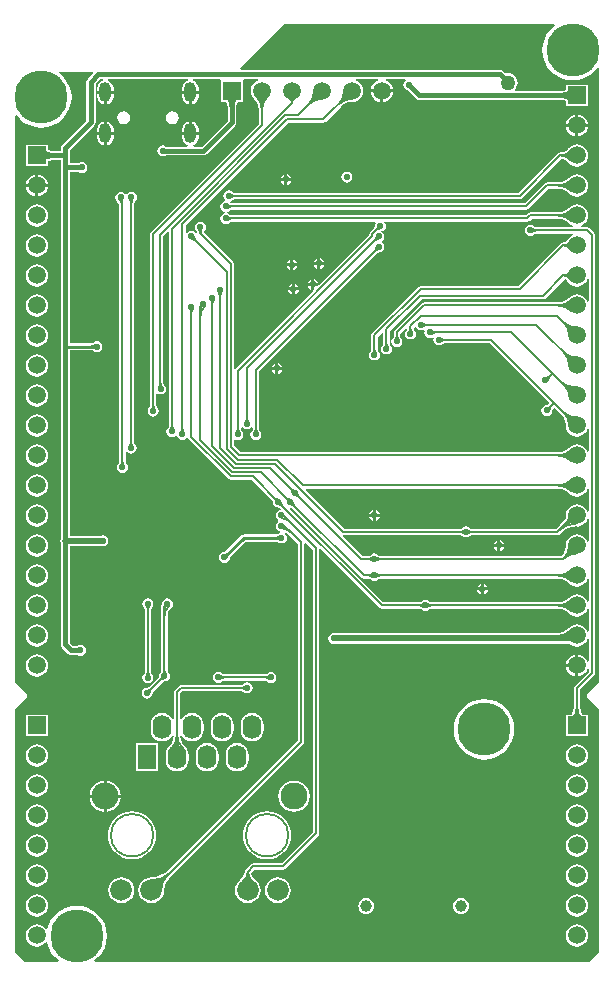
<source format=gbl>
%FSLAX25Y25*%
%MOIN*%
G70*
G01*
G75*
G04 Layer_Physical_Order=2*
G04 Layer_Color=16711680*
%ADD10C,0.00700*%
%ADD11C,0.01000*%
%ADD12C,0.01700*%
%ADD13C,0.01500*%
%ADD14C,0.02000*%
%ADD15R,0.05906X0.09055*%
%ADD16R,0.05906X0.09449*%
%ADD17O,0.01181X0.08268*%
%ADD18O,0.08268X0.01181*%
%ADD19R,0.05000X0.08000*%
%ADD20R,0.03000X0.02500*%
%ADD21R,0.02500X0.03000*%
%ADD22R,0.06000X0.04921*%
G04:AMPARAMS|DCode=23|XSize=25mil|YSize=30mil|CornerRadius=0mil|HoleSize=0mil|Usage=FLASHONLY|Rotation=225.000|XOffset=0mil|YOffset=0mil|HoleType=Round|Shape=Rectangle|*
%AMROTATEDRECTD23*
4,1,4,-0.00177,0.01945,0.01945,-0.00177,0.00177,-0.01945,-0.01945,0.00177,-0.00177,0.01945,0.0*
%
%ADD23ROTATEDRECTD23*%

G04:AMPARAMS|DCode=24|XSize=25mil|YSize=30mil|CornerRadius=0mil|HoleSize=0mil|Usage=FLASHONLY|Rotation=315.000|XOffset=0mil|YOffset=0mil|HoleType=Round|Shape=Rectangle|*
%AMROTATEDRECTD24*
4,1,4,-0.01945,-0.00177,0.00177,0.01945,0.01945,0.00177,-0.00177,-0.01945,-0.01945,-0.00177,0.0*
%
%ADD24ROTATEDRECTD24*%

%ADD25R,0.07087X0.06299*%
%ADD26R,0.05118X0.02165*%
G04:AMPARAMS|DCode=27|XSize=11.81mil|YSize=82.68mil|CornerRadius=0mil|HoleSize=0mil|Usage=FLASHONLY|Rotation=225.000|XOffset=0mil|YOffset=0mil|HoleType=Round|Shape=Round|*
%AMOVALD27*
21,1,0.07087,0.01181,0.00000,0.00000,315.0*
1,1,0.01181,-0.02506,0.02506*
1,1,0.01181,0.02506,-0.02506*
%
%ADD27OVALD27*%

G04:AMPARAMS|DCode=28|XSize=11.81mil|YSize=82.68mil|CornerRadius=0mil|HoleSize=0mil|Usage=FLASHONLY|Rotation=315.000|XOffset=0mil|YOffset=0mil|HoleType=Round|Shape=Round|*
%AMOVALD28*
21,1,0.07087,0.01181,0.00000,0.00000,45.0*
1,1,0.01181,-0.02506,-0.02506*
1,1,0.01181,0.02506,0.02506*
%
%ADD28OVALD28*%

%ADD29R,0.04331X0.05512*%
%ADD30R,0.02756X0.06299*%
%ADD31R,0.04724X0.08661*%
%ADD32R,0.06299X0.05512*%
%ADD33R,0.01575X0.08465*%
G04:AMPARAMS|DCode=34|XSize=59.06mil|YSize=94.49mil|CornerRadius=0mil|HoleSize=0mil|Usage=FLASHONLY|Rotation=315.000|XOffset=0mil|YOffset=0mil|HoleType=Round|Shape=Rectangle|*
%AMROTATEDRECTD34*
4,1,4,-0.05429,-0.01253,0.01253,0.05429,0.05429,0.01253,-0.01253,-0.05429,-0.05429,-0.01253,0.0*
%
%ADD34ROTATEDRECTD34*%

G04:AMPARAMS|DCode=35|XSize=59.06mil|YSize=90.55mil|CornerRadius=0mil|HoleSize=0mil|Usage=FLASHONLY|Rotation=315.000|XOffset=0mil|YOffset=0mil|HoleType=Round|Shape=Rectangle|*
%AMROTATEDRECTD35*
4,1,4,-0.05289,-0.01114,0.01114,0.05289,0.05289,0.01114,-0.01114,-0.05289,-0.05289,-0.01114,0.0*
%
%ADD35ROTATEDRECTD35*%

%ADD36C,0.00500*%
%ADD37C,0.05906*%
%ADD38R,0.05906X0.05906*%
%ADD39R,0.05906X0.05906*%
%ADD40O,0.06200X0.08000*%
%ADD41C,0.09000*%
%ADD42C,0.07200*%
%ADD43R,0.06200X0.08000*%
%ADD44O,0.03937X0.06693*%
%ADD45C,0.17716*%
%ADD46C,0.02200*%
%ADD47C,0.05000*%
%ADD48C,0.03937*%
G36*
X-4988Y152452D02*
X-4980Y152460D01*
X-4977Y152463D01*
X18243Y129243D01*
X18590Y129011D01*
X19000Y128929D01*
X20689D01*
Y128925D01*
Y128914D01*
X20967Y128859D01*
X21202Y128702D01*
X21202D01*
X21202D01*
X21202Y128702D01*
D01*
X21798Y128304D01*
X22500Y128165D01*
X23202Y128304D01*
X23798Y128702D01*
X23798Y128702D01*
X24033Y128859D01*
X24311Y128914D01*
Y128925D01*
Y128929D01*
X83716D01*
Y128914D01*
X83848Y128927D01*
X85070Y128767D01*
X86331Y128244D01*
X87334Y127475D01*
X87395Y127395D01*
X88158Y126809D01*
X89046Y126441D01*
X90000Y126316D01*
X90954Y126441D01*
X91842Y126809D01*
X92605Y127395D01*
X93191Y128158D01*
X93439Y128758D01*
X93929Y128660D01*
Y121340D01*
X93439Y121242D01*
X93191Y121842D01*
X92605Y122605D01*
X91842Y123191D01*
X90954Y123559D01*
X90000Y123684D01*
X89046Y123559D01*
X88158Y123191D01*
X87395Y122605D01*
X87334Y122525D01*
X86331Y121756D01*
X85070Y121233D01*
X83848Y121073D01*
X83716Y121086D01*
Y121071D01*
X41311D01*
Y121086D01*
X41033Y121141D01*
X40798Y121298D01*
X40798Y121298D01*
X40202Y121696D01*
X39500Y121835D01*
X38798Y121696D01*
X38202Y121298D01*
X38202Y121298D01*
X37967Y121141D01*
X37689Y121086D01*
Y121071D01*
X25444D01*
X-5608Y152122D01*
X-5565Y152338D01*
X-5103Y152529D01*
X-4988Y152452D01*
D02*
G37*
G36*
X93929Y148660D02*
Y141340D01*
X93439Y141243D01*
X93191Y141842D01*
X92605Y142605D01*
X91842Y143191D01*
X90954Y143559D01*
X90000Y143684D01*
X89046Y143559D01*
X88158Y143191D01*
X87395Y142605D01*
X86809Y141842D01*
X86441Y140954D01*
X86316Y140000D01*
X86329Y139900D01*
X86164Y138647D01*
X85641Y137386D01*
X85016Y136571D01*
X24311D01*
Y136586D01*
X24033Y136641D01*
X23798Y136798D01*
X23798Y136798D01*
X23202Y137196D01*
X22500Y137335D01*
X21798Y137196D01*
X21202Y136798D01*
X21202Y136798D01*
X20967Y136641D01*
X20689Y136586D01*
Y136575D01*
Y136571D01*
X18443D01*
X11965Y143049D01*
X12041Y143429D01*
X12041Y143429D01*
X51189D01*
Y143425D01*
Y143414D01*
X51467Y143359D01*
X51702Y143202D01*
X51702D01*
X51702D01*
X51702Y143202D01*
D01*
X52298Y142804D01*
X53000Y142665D01*
X53702Y142804D01*
X54298Y143202D01*
X54298Y143202D01*
X54533Y143359D01*
X54811Y143414D01*
Y143425D01*
Y143429D01*
X83500D01*
X83910Y143511D01*
X84257Y143743D01*
X84607Y144093D01*
D01*
D01*
X84659Y144145D01*
X85759Y145047D01*
X87078Y145753D01*
X88511Y146187D01*
X89921Y146326D01*
X90000Y146316D01*
X90954Y146441D01*
X91842Y146809D01*
X92605Y147395D01*
X93191Y148158D01*
X93439Y148758D01*
X93929Y148660D01*
D02*
G37*
G36*
X82671Y313279D02*
X81436Y312265D01*
X80179Y310733D01*
X79245Y308986D01*
X78670Y307090D01*
X78476Y305118D01*
X78670Y303146D01*
X79245Y301250D01*
X80179Y299503D01*
X81436Y297971D01*
X82968Y296714D01*
X84715Y295780D01*
X86611Y295205D01*
X88583Y295011D01*
X90554Y295205D01*
X92450Y295780D01*
X94198Y296714D01*
X95729Y297971D01*
X96731Y299192D01*
X97202Y299023D01*
Y94432D01*
X93635Y90865D01*
X93370Y90468D01*
X93277Y90000D01*
X93370Y89532D01*
X93635Y89135D01*
X97202Y85568D01*
Y4444D01*
X93981Y1223D01*
X-70677D01*
X-70845Y1694D01*
X-69625Y2696D01*
X-68368Y4227D01*
X-67434Y5975D01*
X-66859Y7871D01*
X-66665Y9843D01*
X-66859Y11814D01*
X-67434Y13710D01*
X-68368Y15458D01*
X-69625Y16989D01*
X-71157Y18246D01*
X-72904Y19180D01*
X-74800Y19755D01*
X-76772Y19950D01*
X-78743Y19755D01*
X-80639Y19180D01*
X-82387Y18246D01*
X-83918Y16989D01*
X-85175Y15458D01*
X-86109Y13710D01*
X-86555Y12241D01*
X-87047Y12152D01*
X-87395Y12605D01*
X-88158Y13191D01*
X-89046Y13559D01*
X-90000Y13684D01*
X-90954Y13559D01*
X-91842Y13191D01*
X-92605Y12605D01*
X-93191Y11842D01*
X-93559Y10954D01*
X-93684Y10000D01*
X-93559Y9046D01*
X-93191Y8158D01*
X-92605Y7395D01*
X-91842Y6809D01*
X-90954Y6441D01*
X-90000Y6316D01*
X-89046Y6441D01*
X-88158Y6809D01*
X-87395Y7395D01*
X-87115Y7759D01*
X-86623Y7670D01*
X-86109Y5975D01*
X-85175Y4227D01*
X-83918Y2696D01*
X-82698Y1694D01*
X-82866Y1223D01*
X-93981D01*
X-97202Y4444D01*
Y85568D01*
X-93635Y89135D01*
X-93370Y89532D01*
X-93277Y90000D01*
X-93370Y90468D01*
X-93635Y90865D01*
X-97202Y94432D01*
Y283275D01*
X-96731Y283444D01*
X-95729Y282223D01*
X-94198Y280966D01*
X-92450Y280032D01*
X-90554Y279457D01*
X-88583Y279263D01*
X-86611Y279457D01*
X-84715Y280032D01*
X-82968Y280966D01*
X-81436Y282223D01*
X-80179Y283755D01*
X-79245Y285502D01*
X-78670Y287398D01*
X-78476Y289370D01*
X-78670Y291342D01*
X-79245Y293238D01*
X-80179Y294985D01*
X-81436Y296517D01*
X-82968Y297774D01*
X-82914Y297989D01*
X-71399D01*
X-71208Y297527D01*
X-73118Y295618D01*
X-73460Y295105D01*
X-73580Y294500D01*
Y281655D01*
X-81617Y273618D01*
X-81960Y273105D01*
X-82080Y272500D01*
Y271580D01*
X-84923D01*
Y271582D01*
X-84941Y271580D01*
X-85002D01*
X-85831Y271690D01*
X-86347Y271903D01*
Y273653D01*
X-93653D01*
Y266347D01*
X-86347D01*
Y268097D01*
X-85831Y268310D01*
X-85002Y268420D01*
X-84941D01*
X-84923Y268418D01*
Y268420D01*
X-82080D01*
Y266000D01*
Y142195D01*
X-82101Y142163D01*
X-82233Y141500D01*
X-82101Y140837D01*
X-82080Y140805D01*
Y125000D01*
Y124000D01*
Y107000D01*
X-81960Y106395D01*
X-81617Y105883D01*
X-79618Y103883D01*
X-79618Y103883D01*
X-79618D01*
X-79618Y103883D01*
X-79618D01*
X-79618Y103883D01*
Y103883D01*
Y103883D01*
D01*
D01*
X-79618D01*
Y103883D01*
X-79105Y103540D01*
X-78500Y103420D01*
X-76375D01*
X-76202Y103304D01*
X-75500Y103165D01*
X-74798Y103304D01*
X-74202Y103702D01*
X-73804Y104298D01*
X-73665Y105000D01*
X-73804Y105702D01*
X-74202Y106298D01*
X-74798Y106696D01*
X-75500Y106835D01*
X-76202Y106696D01*
X-76375Y106580D01*
X-77845D01*
X-78920Y107655D01*
Y125000D01*
Y139767D01*
X-68513D01*
X-68000Y139665D01*
X-67298Y139804D01*
X-66702Y140202D01*
X-66304Y140798D01*
X-66165Y141500D01*
X-66304Y142202D01*
X-66702Y142798D01*
X-67298Y143196D01*
X-68000Y143335D01*
X-68513Y143233D01*
X-78920D01*
Y205077D01*
X-71548D01*
Y205066D01*
X-71399Y205005D01*
X-71398Y205002D01*
X-70802Y204604D01*
X-70100Y204465D01*
X-69398Y204604D01*
X-68802Y205002D01*
X-68404Y205598D01*
X-68265Y206300D01*
X-68404Y207002D01*
X-68802Y207598D01*
X-69398Y207996D01*
X-70100Y208135D01*
X-70802Y207996D01*
X-71398Y207598D01*
X-71399Y207595D01*
X-71548Y207534D01*
Y207523D01*
X-78920D01*
Y264420D01*
X-75875D01*
X-75702Y264304D01*
X-75000Y264165D01*
X-74298Y264304D01*
X-73702Y264702D01*
X-73304Y265298D01*
X-73165Y266000D01*
X-73304Y266702D01*
X-73702Y267298D01*
X-74298Y267696D01*
X-75000Y267835D01*
X-75702Y267696D01*
X-75875Y267580D01*
X-78920D01*
Y270000D01*
X-78920Y270000D01*
X-78920Y270000D01*
Y270000D01*
Y271845D01*
X-70882Y279883D01*
X-70540Y280395D01*
X-70420Y281000D01*
Y293845D01*
X-68845Y295420D01*
X-68085D01*
X-67987Y294929D01*
X-68519Y294709D01*
X-69076Y294281D01*
X-69504Y293724D01*
X-69773Y293075D01*
X-69865Y292378D01*
Y291500D01*
X-64482D01*
Y292378D01*
X-64573Y293075D01*
X-64842Y293724D01*
X-65270Y294281D01*
X-65828Y294709D01*
X-66359Y294929D01*
X-66262Y295420D01*
X-39738D01*
X-39641Y294929D01*
X-40172Y294709D01*
X-40730Y294281D01*
X-41158Y293724D01*
X-41427Y293075D01*
X-41518Y292378D01*
Y291500D01*
X-36135D01*
Y292378D01*
X-36227Y293075D01*
X-36496Y293724D01*
X-36924Y294281D01*
X-37481Y294709D01*
X-38013Y294929D01*
X-37915Y295420D01*
X-29006D01*
X-28653Y295066D01*
Y287847D01*
X-26875D01*
X-26598Y287179D01*
X-26478Y286268D01*
Y286226D01*
X-26483Y286182D01*
X-26478D01*
Y281612D01*
X-35112Y272978D01*
X-37772D01*
X-37870Y273469D01*
X-37481Y273630D01*
X-36924Y274057D01*
X-36496Y274615D01*
X-36227Y275264D01*
X-36135Y275961D01*
Y276839D01*
X-41518D01*
Y275961D01*
X-41427Y275264D01*
X-41158Y274615D01*
X-40730Y274057D01*
X-40172Y273630D01*
X-39784Y273469D01*
X-39882Y272978D01*
X-46973D01*
X-47298Y273196D01*
X-48000Y273335D01*
X-48702Y273196D01*
X-49298Y272798D01*
X-49696Y272202D01*
X-49835Y271500D01*
X-49696Y270798D01*
X-49298Y270202D01*
X-48702Y269804D01*
X-48000Y269665D01*
X-47298Y269804D01*
X-46973Y270022D01*
X-34500D01*
X-33934Y270134D01*
X-33455Y270455D01*
X-33455Y270455D01*
X-33455Y270455D01*
X-23955Y279955D01*
X-23634Y280434D01*
X-23522Y281000D01*
X-23522Y281000D01*
X-23522Y281000D01*
Y281000D01*
Y286182D01*
X-23517D01*
X-23522Y286226D01*
Y286268D01*
X-23402Y287179D01*
X-23125Y287847D01*
X-21347D01*
Y295066D01*
X-21347Y295066D01*
D01*
D01*
X-21347Y295153D01*
D01*
X-21080Y295420D01*
X-16364D01*
X-16266Y294929D01*
X-16842Y294691D01*
X-17605Y294105D01*
X-18191Y293342D01*
X-18559Y292454D01*
X-18684Y291500D01*
X-18559Y290546D01*
X-18191Y289658D01*
X-17605Y288895D01*
X-17525Y288834D01*
X-16756Y287831D01*
X-16233Y286570D01*
X-16073Y285348D01*
X-16085Y285216D01*
X-16071D01*
Y280443D01*
X-51978Y244536D01*
X-52210Y244189D01*
X-52291Y243779D01*
Y186590D01*
X-52307D01*
X-52362Y186313D01*
X-52519Y186078D01*
X-52518Y186077D01*
X-52916Y185482D01*
X-53056Y184779D01*
X-52916Y184077D01*
X-52518Y183482D01*
X-51923Y183084D01*
X-51221Y182944D01*
X-50518Y183084D01*
X-49923Y183482D01*
X-49525Y184077D01*
X-49385Y184779D01*
X-49525Y185482D01*
X-49923Y186077D01*
X-49922Y186078D01*
X-50079Y186313D01*
X-50135Y186590D01*
X-50150D01*
Y190392D01*
X-49709Y190628D01*
X-49511Y190495D01*
X-48809Y190356D01*
X-48107Y190495D01*
X-47511Y190893D01*
X-47113Y191489D01*
X-46974Y192191D01*
X-47113Y192893D01*
X-47511Y193489D01*
X-47547Y193512D01*
X-47877Y194007D01*
X-48000Y194623D01*
Y243096D01*
X-46532Y244563D01*
X-46071Y244372D01*
Y179811D01*
X-46086D01*
X-46141Y179533D01*
X-46298Y179298D01*
X-46298Y179298D01*
X-46696Y178702D01*
X-46835Y178000D01*
X-46696Y177298D01*
X-46298Y176702D01*
X-45702Y176304D01*
X-45000Y176165D01*
X-44298Y176304D01*
X-43702Y176702D01*
X-43211Y176374D01*
X-43196Y176298D01*
X-42798Y175702D01*
X-42202Y175304D01*
X-41500Y175165D01*
X-40798Y175304D01*
X-40202Y175702D01*
X-40017Y175979D01*
X-39527Y175881D01*
X-39489Y175691D01*
X-39257Y175344D01*
X-26156Y162243D01*
X-26156Y162243D01*
X-25809Y162011D01*
X-25399Y161929D01*
X-25399Y161929D01*
X-18443D01*
X-11537Y155023D01*
Y155023D01*
X-11538Y155023D01*
X-11548Y155012D01*
Y155012D01*
X-11548Y155012D01*
X-11548D01*
X-11391Y154777D01*
X-11336Y154500D01*
X-11335D01*
X-11196Y153798D01*
X-10798Y153202D01*
X-10202Y152804D01*
X-9500Y152665D01*
Y152664D01*
X-9223Y152609D01*
X-8988Y152452D01*
X-8980Y152460D01*
X-8974D01*
X-8749Y152235D01*
X-8894Y151757D01*
X-9202Y151696D01*
X-9798Y151298D01*
X-10196Y150702D01*
X-10335Y150000D01*
X-10196Y149298D01*
X-9798Y148702D01*
X-9495Y148500D01*
Y148000D01*
X-9798Y147798D01*
X-10196Y147202D01*
X-10335Y146500D01*
X-10196Y145798D01*
X-9798Y145202D01*
X-9202Y144804D01*
X-8929Y144750D01*
Y144250D01*
X-9202Y144196D01*
X-9798Y143798D01*
X-9799Y143796D01*
X-9949Y143734D01*
Y143723D01*
X-21000D01*
X-21468Y143630D01*
X-21865Y143365D01*
X-27341Y137889D01*
X-27341Y137889D01*
X-27348Y137897D01*
X-27497Y137835D01*
X-27500Y137835D01*
X-28202Y137696D01*
X-28798Y137298D01*
X-29196Y136702D01*
X-29335Y136000D01*
X-29196Y135298D01*
X-28798Y134702D01*
X-28202Y134304D01*
X-27500Y134165D01*
X-26798Y134304D01*
X-26202Y134702D01*
X-25804Y135298D01*
X-25665Y136000D01*
X-25665Y136003D01*
X-25603Y136152D01*
X-25611Y136159D01*
X-25611Y136159D01*
X-20493Y141277D01*
X-9949D01*
Y141266D01*
X-9799Y141205D01*
X-9798Y141202D01*
X-9202Y140804D01*
X-8500Y140665D01*
X-7798Y140804D01*
X-7202Y141202D01*
X-6804Y141798D01*
X-6665Y142500D01*
X-6804Y143202D01*
X-7202Y143798D01*
X-7335Y143886D01*
X-7258Y144030D01*
X-6769Y144136D01*
X-6271Y143754D01*
X-6270Y143755D01*
X-6270Y143755D01*
X-6157Y143643D01*
X-3071Y140557D01*
Y74943D01*
X-46239Y31775D01*
X-46239Y31775D01*
X-46239Y31775D01*
X-46305Y31709D01*
X-47448Y30771D01*
X-48834Y30030D01*
X-50338Y29574D01*
X-51790Y29431D01*
X-51902Y29446D01*
X-53024Y29298D01*
X-54070Y28865D01*
X-54968Y28176D01*
X-55658Y27277D01*
X-56091Y26231D01*
X-56239Y25109D01*
X-56091Y23986D01*
X-55658Y22940D01*
X-54968Y22042D01*
X-54070Y21353D01*
X-53024Y20919D01*
X-51902Y20772D01*
X-50779Y20919D01*
X-49733Y21353D01*
X-48835Y22042D01*
X-48145Y22940D01*
X-47712Y23986D01*
X-47565Y25109D01*
X-47582Y25240D01*
X-47410Y26548D01*
X-46854Y27890D01*
X-46059Y28926D01*
X-45906Y29051D01*
X-45920Y29066D01*
D01*
X-44930Y30056D01*
X-44705Y30240D01*
X-44725Y30261D01*
D01*
X-1243Y73743D01*
X-1243Y73743D01*
X-1011Y74090D01*
X-1011Y74090D01*
X-1011Y74090D01*
X-929Y74500D01*
X-929Y74500D01*
Y140606D01*
X-542Y140922D01*
D01*
X-410Y140896D01*
X1929Y138557D01*
Y44444D01*
X-8443Y34071D01*
X-18000D01*
X-18000Y34071D01*
X-18410Y33989D01*
X-18757Y33757D01*
X-18757Y33757D01*
X-20472Y32042D01*
X-20704Y31695D01*
X-20786Y31285D01*
Y31285D01*
X-20811D01*
X-20799Y31198D01*
X-20896Y30464D01*
X-21213Y29700D01*
X-21716Y29043D01*
X-22176Y28690D01*
X-22153Y28658D01*
X-22224Y28603D01*
X-22312Y28544D01*
X-22324Y28526D01*
X-22782Y28176D01*
X-23471Y27277D01*
X-23904Y26231D01*
X-24052Y25109D01*
X-23904Y23986D01*
X-23471Y22940D01*
X-22782Y22042D01*
X-21883Y21353D01*
X-20838Y20919D01*
X-19715Y20772D01*
X-18592Y20919D01*
X-17546Y21353D01*
X-16648Y22042D01*
X-15959Y22940D01*
X-15526Y23986D01*
X-15378Y25109D01*
X-15526Y26231D01*
X-15959Y27277D01*
X-16648Y28176D01*
X-17106Y28526D01*
X-17118Y28544D01*
X-17206Y28603D01*
X-17277Y28658D01*
X-17254Y28690D01*
X-17714Y29043D01*
X-18217Y29700D01*
X-18534Y30464D01*
X-18591Y30895D01*
X-17557Y31929D01*
X-8000D01*
X-7590Y32011D01*
X-7243Y32243D01*
X3757Y43243D01*
X3989Y43590D01*
X4071Y44000D01*
X4071Y44000D01*
X4071Y44000D01*
Y44000D01*
Y138762D01*
X4532Y138953D01*
X24243Y119243D01*
X24590Y119011D01*
X25000Y118929D01*
X25000Y118929D01*
X37689D01*
Y118925D01*
Y118914D01*
X37967Y118859D01*
X38202Y118702D01*
X38202D01*
X38202D01*
X38202Y118702D01*
D01*
X38798Y118304D01*
X39500Y118165D01*
X40202Y118304D01*
X40798Y118702D01*
X40798Y118702D01*
X41033Y118859D01*
X41311Y118914D01*
Y118925D01*
Y118929D01*
X83716D01*
Y118914D01*
X83848Y118927D01*
X85070Y118767D01*
X86331Y118244D01*
X87334Y117475D01*
X87395Y117395D01*
X88158Y116809D01*
X89046Y116441D01*
X90000Y116316D01*
X90954Y116441D01*
X91842Y116809D01*
X92605Y117395D01*
X93191Y118158D01*
X93439Y118757D01*
X93929Y118660D01*
Y111340D01*
X93439Y111242D01*
X93191Y111842D01*
X92605Y112605D01*
X91842Y113191D01*
X90954Y113559D01*
X90000Y113684D01*
X89046Y113559D01*
X88158Y113191D01*
X87416Y112621D01*
X87394Y112606D01*
X87395Y112605D01*
X87362Y112562D01*
X86432Y111799D01*
X85324Y111207D01*
X84122Y110842D01*
X83015Y110733D01*
X35513D01*
X35000Y110835D01*
X34487Y110733D01*
X9513D01*
X9000Y110835D01*
X8298Y110696D01*
X7702Y110298D01*
X7304Y109702D01*
X7165Y109000D01*
X7304Y108298D01*
X7702Y107702D01*
X8298Y107304D01*
X9000Y107165D01*
X9513Y107267D01*
X34487D01*
X35000Y107165D01*
X35513Y107267D01*
X82871D01*
Y107252D01*
X83016Y107267D01*
X87562D01*
X88158Y106809D01*
X89046Y106441D01*
X90000Y106316D01*
X90954Y106441D01*
X91842Y106809D01*
X92605Y107395D01*
X93191Y108158D01*
X93439Y108757D01*
X93929Y108660D01*
Y101340D01*
X93439Y101242D01*
X93191Y101842D01*
X92605Y102605D01*
X91842Y103191D01*
X90954Y103559D01*
X90500Y103618D01*
Y99999D01*
Y96382D01*
X90954Y96441D01*
X91842Y96809D01*
X92605Y97395D01*
X93191Y98158D01*
X93439Y98757D01*
X93929Y98660D01*
Y97943D01*
X89243Y93257D01*
X89011Y92910D01*
X88929Y92500D01*
Y86284D01*
X88915D01*
X88927Y86152D01*
X88767Y84930D01*
X88244Y83669D01*
X88231Y83653D01*
X86347D01*
Y76347D01*
X93653D01*
Y83653D01*
X91768D01*
X91756Y83669D01*
X91233Y84930D01*
X91073Y86152D01*
X91085Y86284D01*
X91071D01*
Y92057D01*
X95757Y96743D01*
X95989Y97090D01*
X96071Y97500D01*
X96071Y97500D01*
Y243500D01*
X95989Y243910D01*
X95757Y244257D01*
X94257Y245757D01*
X93910Y245989D01*
X93500Y246071D01*
X91340D01*
X91242Y246561D01*
X91842Y246809D01*
X92605Y247395D01*
X93191Y248158D01*
X93559Y249046D01*
X93684Y250000D01*
X93559Y250954D01*
X93191Y251842D01*
X92605Y252605D01*
X91842Y253191D01*
X90954Y253559D01*
X90000Y253684D01*
X89046Y253559D01*
X88158Y253191D01*
X87395Y252605D01*
X87334Y252525D01*
X86331Y251756D01*
X85070Y251233D01*
X83848Y251073D01*
X83716Y251085D01*
Y251071D01*
X74500D01*
X74090Y250989D01*
X73743Y250757D01*
X73743Y250757D01*
X73057Y250071D01*
X-25189D01*
Y250086D01*
X-25467Y250141D01*
X-25702Y250298D01*
X-25702Y250298D01*
X-26298Y250696D01*
X-26571Y250750D01*
Y251250D01*
X-26298Y251304D01*
X-25702Y251702D01*
X-25702Y251702D01*
X-25702Y251702D01*
X-25467Y251859D01*
X-25189Y251914D01*
Y251925D01*
Y251929D01*
X73000D01*
X73410Y252011D01*
X73757Y252243D01*
X73757Y252243D01*
X73757Y252243D01*
X80443Y258929D01*
X83716D01*
Y258914D01*
X83848Y258927D01*
X85070Y258767D01*
X86331Y258244D01*
X87334Y257475D01*
X87395Y257395D01*
X88158Y256809D01*
X89046Y256441D01*
X90000Y256316D01*
X90954Y256441D01*
X91842Y256809D01*
X92605Y257395D01*
X93191Y258158D01*
X93559Y259046D01*
X93684Y260000D01*
X93559Y260954D01*
X93191Y261842D01*
X92605Y262605D01*
X91842Y263191D01*
X90954Y263559D01*
X90000Y263684D01*
X89046Y263559D01*
X88158Y263191D01*
X87395Y262605D01*
X87334Y262525D01*
X86331Y261756D01*
X85070Y261233D01*
X83848Y261073D01*
X83716Y261086D01*
Y261071D01*
X80000D01*
X79590Y260989D01*
X79243Y260757D01*
X79243Y260757D01*
X72557Y254071D01*
X-25189D01*
Y254075D01*
Y254086D01*
X-25467Y254141D01*
X-25649Y254263D01*
X-25623Y254397D01*
X-25298Y254804D01*
X-25298D01*
X-25298Y254804D01*
X-24702Y255202D01*
X-24702Y255202D01*
X-24467Y255359D01*
X-24189Y255414D01*
Y255425D01*
Y255429D01*
X71000D01*
X71410Y255511D01*
X71757Y255743D01*
X71757Y255743D01*
X71757Y255743D01*
X84892Y268878D01*
X85390Y268812D01*
X86220Y268469D01*
X86932Y267922D01*
X87138Y267653D01*
X87138Y267653D01*
X87195Y267645D01*
X87195Y267645D01*
X87230Y267593D01*
X87256Y267575D01*
X87395Y267395D01*
X88158Y266809D01*
X89046Y266441D01*
X90000Y266316D01*
X90954Y266441D01*
X91842Y266809D01*
X92605Y267395D01*
X93191Y268158D01*
X93559Y269046D01*
X93684Y270000D01*
X93559Y270954D01*
X93191Y271842D01*
X92605Y272605D01*
X91842Y273191D01*
X90954Y273559D01*
X90000Y273684D01*
X89046Y273559D01*
X88158Y273191D01*
X87395Y272605D01*
X87256Y272425D01*
X87230Y272407D01*
X87195Y272355D01*
X87138Y272346D01*
X87138D01*
X86932Y272078D01*
X86220Y271531D01*
X85390Y271188D01*
X84604Y271084D01*
X84504Y271097D01*
Y271097D01*
D01*
Y271097D01*
X84500Y271098D01*
X84500D01*
D01*
D01*
D01*
X84500Y271077D01*
Y271071D01*
X84500Y271071D01*
X84090Y270989D01*
X83743Y270757D01*
X70557Y257571D01*
X-24189D01*
Y257575D01*
Y257586D01*
X-24467Y257641D01*
X-24702Y257798D01*
X-24702Y257798D01*
X-25298Y258196D01*
X-26000Y258335D01*
X-26702Y258196D01*
X-27298Y257798D01*
X-27696Y257202D01*
X-27835Y256500D01*
X-27696Y255798D01*
X-27298Y255202D01*
X-27626Y254711D01*
X-27702Y254696D01*
X-28298Y254298D01*
X-28696Y253702D01*
X-28835Y253000D01*
X-28696Y252298D01*
X-28298Y251702D01*
X-27702Y251304D01*
X-27429Y251250D01*
Y250750D01*
X-27702Y250696D01*
X-28298Y250298D01*
X-28696Y249702D01*
X-28835Y249000D01*
X-28696Y248298D01*
X-28298Y247702D01*
X-27702Y247304D01*
X-27000Y247165D01*
X-26298Y247304D01*
X-25702Y247702D01*
X-25702Y247702D01*
X-25467Y247859D01*
X-25189Y247914D01*
Y247925D01*
Y247929D01*
X22760D01*
X22996Y247488D01*
X22804Y247202D01*
X22665Y246500D01*
X22662D01*
X22614Y246261D01*
X22479Y246058D01*
X22491Y246046D01*
X22491Y246046D01*
X22420Y245975D01*
X22390Y245952D01*
X22393Y245948D01*
X22393Y245948D01*
X21093Y244648D01*
X20861Y244300D01*
X20779Y243891D01*
Y243437D01*
X4295Y226952D01*
X3816Y227097D01*
X3836Y227000D01*
X3736Y226500D01*
X2500D01*
Y225264D01*
X2000Y225165D01*
X1903Y225184D01*
X2048Y224706D01*
X-23757Y198900D01*
X-23851Y198760D01*
X-24329Y198905D01*
Y233900D01*
X-24329Y233900D01*
X-24411Y234310D01*
X-24643Y234657D01*
X-34374Y244388D01*
X-34359Y244467D01*
X-34202Y244702D01*
X-34202Y244702D01*
X-33804Y245298D01*
X-33665Y246000D01*
X-33804Y246702D01*
X-34202Y247298D01*
X-34798Y247696D01*
X-35500Y247835D01*
X-36202Y247696D01*
X-36798Y247298D01*
X-37196Y246702D01*
X-37335Y246000D01*
X-37196Y245298D01*
X-36798Y244702D01*
X-36798Y244702D01*
X-36751Y244630D01*
X-36986Y244189D01*
X-37130Y244189D01*
X-37202Y244298D01*
X-37798Y244696D01*
X-38500Y244835D01*
X-39202Y244696D01*
X-39798Y244298D01*
X-39951Y244068D01*
X-40429Y244214D01*
Y246707D01*
X-6207Y280929D01*
X5500D01*
X5910Y281011D01*
X6257Y281243D01*
X6257Y281243D01*
X6257Y281243D01*
X11314Y286300D01*
X11324Y286289D01*
X11408Y286391D01*
X12386Y287141D01*
X13647Y287664D01*
X14900Y287829D01*
X15000Y287816D01*
X15954Y287941D01*
X16842Y288309D01*
X17605Y288895D01*
X18191Y289658D01*
X18559Y290546D01*
X18684Y291500D01*
X18559Y292454D01*
X18191Y293342D01*
X17605Y294105D01*
X16842Y294691D01*
X16266Y294929D01*
X16364Y295420D01*
X23636D01*
X23734Y294929D01*
X23158Y294691D01*
X22395Y294105D01*
X21809Y293342D01*
X21441Y292454D01*
X21382Y292000D01*
X28618D01*
X28559Y292454D01*
X28191Y293342D01*
X27605Y294105D01*
X26842Y294691D01*
X26266Y294929D01*
X26364Y295420D01*
X32772D01*
X32917Y294941D01*
X32702Y294798D01*
X32304Y294202D01*
X32165Y293500D01*
X32304Y292798D01*
X32702Y292202D01*
X33298Y291804D01*
X33681Y291728D01*
X36455Y288955D01*
X36934Y288634D01*
X36934Y288634D01*
X36934Y288634D01*
D01*
X36934Y288634D01*
X36934Y288634D01*
X37500Y288522D01*
X84682D01*
Y288517D01*
X84726Y288522D01*
X84768D01*
X85679Y288402D01*
X86347Y288125D01*
Y286347D01*
X93653D01*
Y293653D01*
X86347D01*
Y291875D01*
X85679Y291598D01*
X84768Y291478D01*
X84726D01*
X84682Y291483D01*
Y291478D01*
X69435D01*
X69274Y291952D01*
X69282Y291958D01*
X69795Y292626D01*
X70118Y293405D01*
X70228Y294240D01*
X70118Y295075D01*
X69795Y295854D01*
X69282Y296522D01*
X68614Y297035D01*
X67835Y297358D01*
X67000Y297468D01*
X66165Y297358D01*
X66131Y297344D01*
X65358Y298117D01*
X64845Y298460D01*
X64240Y298580D01*
X-21982D01*
X-22173Y299042D01*
X-7466Y313750D01*
X82503D01*
X82671Y313279D01*
D02*
G37*
G36*
X83716Y248915D02*
X83848Y248927D01*
X85070Y248767D01*
X86331Y248244D01*
X87334Y247475D01*
X87395Y247395D01*
X88158Y246809D01*
X88757Y246561D01*
X88660Y246071D01*
X76311D01*
Y246075D01*
Y246086D01*
X76033Y246141D01*
X75798Y246298D01*
X75798Y246298D01*
X75202Y246696D01*
X74500Y246835D01*
X73798Y246696D01*
X73202Y246298D01*
X72804Y245702D01*
X72665Y245000D01*
X72804Y244298D01*
X73202Y243702D01*
X73798Y243304D01*
X74500Y243165D01*
X75202Y243304D01*
X75798Y243702D01*
X75798Y243702D01*
X76033Y243859D01*
X76311Y243914D01*
Y243925D01*
Y243929D01*
X88660D01*
X88757Y243439D01*
X88158Y243191D01*
X87395Y242605D01*
X86809Y241842D01*
X86802Y241840D01*
X86793Y241845D01*
X86573Y241515D01*
X86081Y241186D01*
X85532Y241077D01*
X85511Y241080D01*
D01*
X85501Y241081D01*
X85501D01*
X85500Y241081D01*
X85500D01*
D01*
D01*
D01*
X85500Y241072D01*
X85500Y241071D01*
D01*
D01*
Y241071D01*
X85090Y240989D01*
X84743Y240757D01*
X84743Y240757D01*
X70557Y226571D01*
X38000D01*
X37590Y226489D01*
X37243Y226257D01*
X21743Y210757D01*
X21511Y210410D01*
X21429Y210000D01*
Y205311D01*
X21414D01*
X21359Y205033D01*
X21202Y204798D01*
X21202Y204798D01*
X20804Y204202D01*
X20665Y203500D01*
X20804Y202798D01*
X21202Y202202D01*
X21798Y201804D01*
X22500Y201665D01*
X23202Y201804D01*
X23798Y202202D01*
X24196Y202798D01*
X24335Y203500D01*
X24196Y204202D01*
X23798Y204798D01*
X23798Y204798D01*
X23641Y205033D01*
X23586Y205311D01*
X23571D01*
Y209557D01*
X24968Y210953D01*
X25429Y210762D01*
Y207311D01*
X25414D01*
X25359Y207033D01*
X25202Y206798D01*
X25202Y206798D01*
X24804Y206202D01*
X24665Y205500D01*
X24804Y204798D01*
X25202Y204202D01*
X25798Y203804D01*
X26500Y203665D01*
X27202Y203804D01*
X27798Y204202D01*
X28196Y204798D01*
X28335Y205500D01*
X28196Y206202D01*
X27798Y206798D01*
X27798Y206798D01*
X27641Y207033D01*
X27586Y207311D01*
X27571D01*
Y211557D01*
X38239Y222225D01*
X78796D01*
X79206Y222307D01*
X79553Y222539D01*
X79553Y222539D01*
X79553Y222539D01*
X85870Y228856D01*
X86081Y228814D01*
X86573Y228485D01*
X86793Y228155D01*
X86802Y228160D01*
X86809Y228158D01*
X87395Y227395D01*
X88158Y226809D01*
X89046Y226441D01*
X90000Y226316D01*
X90954Y226441D01*
X91842Y226809D01*
X92605Y227395D01*
X93191Y228158D01*
X93439Y228758D01*
X93929Y228660D01*
Y221340D01*
X93439Y221242D01*
X93191Y221842D01*
X92605Y222605D01*
X91842Y223191D01*
X90954Y223559D01*
X90000Y223684D01*
X89046Y223559D01*
X88158Y223191D01*
X87395Y222605D01*
X87334Y222525D01*
X86331Y221756D01*
X85070Y221233D01*
X83848Y221073D01*
X83716Y221086D01*
Y221071D01*
X39000D01*
X38590Y220989D01*
X38243Y220757D01*
X29243Y211757D01*
X29011Y211410D01*
X28929Y211000D01*
Y209811D01*
X28914D01*
X28859Y209533D01*
X28702Y209298D01*
X28702Y209298D01*
X28304Y208702D01*
X28165Y208000D01*
X28304Y207298D01*
X28702Y206702D01*
X29298Y206304D01*
X30000Y206165D01*
X30702Y206304D01*
X31298Y206702D01*
X31696Y207298D01*
X31835Y208000D01*
X31696Y208702D01*
X31298Y209298D01*
X31298Y209298D01*
X31141Y209533D01*
X31086Y209811D01*
X31071D01*
Y210557D01*
X32951Y212437D01*
X33122Y212346D01*
X33244Y211861D01*
X33202Y211798D01*
X33202Y211798D01*
X32804Y211202D01*
X32665Y210500D01*
X32804Y209798D01*
X33202Y209202D01*
X33798Y208804D01*
X34500Y208665D01*
X35202Y208804D01*
X35798Y209202D01*
X36196Y209798D01*
X36335Y210500D01*
X36196Y211202D01*
X35798Y211798D01*
X35798Y211798D01*
X35641Y212033D01*
X35586Y212311D01*
X35571D01*
Y212490D01*
X35941Y212826D01*
X36310Y212790D01*
X36702Y212202D01*
X37298Y211804D01*
X38000Y211665D01*
X38702Y211804D01*
X38877Y211921D01*
X39293Y211643D01*
X39165Y211000D01*
X39304Y210298D01*
X39702Y209702D01*
X40298Y209304D01*
X41000Y209165D01*
X41702Y209304D01*
X41877Y209421D01*
X42293Y209143D01*
X42165Y208500D01*
X42304Y207798D01*
X42702Y207202D01*
X43298Y206804D01*
X44000Y206665D01*
X44702Y206804D01*
X45298Y207202D01*
X45298Y207202D01*
X45533Y207359D01*
X45811Y207414D01*
Y207425D01*
Y207429D01*
X61057D01*
X80736Y187750D01*
Y187250D01*
X80523Y187037D01*
X80523Y187038D01*
X80512Y187048D01*
X80512Y187048D01*
X80277Y186891D01*
X80000Y186836D01*
Y186835D01*
X79298Y186696D01*
X78702Y186298D01*
X78304Y185702D01*
X78165Y185000D01*
X78304Y184298D01*
X78702Y183702D01*
X79298Y183304D01*
X80000Y183165D01*
X80702Y183304D01*
X81298Y183702D01*
X81696Y184298D01*
X81835Y185000D01*
X81836D01*
X81891Y185277D01*
X82048Y185512D01*
X82048D01*
X82048Y185512D01*
Y185512D01*
X82037Y185523D01*
X82250Y185736D01*
X82750D01*
X84800Y183686D01*
X84789Y183676D01*
X84891Y183592D01*
X85641Y182614D01*
X86164Y181353D01*
X86329Y180100D01*
X86316Y180000D01*
X86441Y179046D01*
X86809Y178158D01*
X87395Y177395D01*
X88158Y176809D01*
X89046Y176441D01*
X90000Y176316D01*
X90954Y176441D01*
X91842Y176809D01*
X92605Y177395D01*
X93191Y178158D01*
X93439Y178758D01*
X93929Y178660D01*
Y171340D01*
X93439Y171242D01*
X93191Y171842D01*
X92605Y172605D01*
X91842Y173191D01*
X90954Y173559D01*
X90000Y173684D01*
X89046Y173559D01*
X88158Y173191D01*
X87395Y172605D01*
X87334Y172525D01*
X86331Y171756D01*
X85070Y171233D01*
X83848Y171073D01*
X83716Y171086D01*
Y171071D01*
X-22057D01*
X-24329Y173344D01*
Y175193D01*
X-23889Y175429D01*
X-23702Y175304D01*
X-23000Y175165D01*
X-22298Y175304D01*
X-21702Y175702D01*
X-21304Y176298D01*
X-21165Y177000D01*
X-21304Y177702D01*
X-21702Y178298D01*
X-21702Y178298D01*
X-21859Y178533D01*
X-21914Y178811D01*
X-21929D01*
Y179287D01*
X-21451Y179432D01*
X-21298Y179202D01*
X-20702Y178804D01*
X-20000Y178665D01*
X-19298Y178804D01*
X-18702Y179202D01*
X-18549Y179432D01*
X-18071Y179287D01*
Y178811D01*
X-18086D01*
X-18141Y178533D01*
X-18298Y178298D01*
X-18298Y178298D01*
X-18696Y177702D01*
X-18835Y177000D01*
X-18696Y176298D01*
X-18298Y175702D01*
X-17702Y175304D01*
X-17000Y175165D01*
X-16298Y175304D01*
X-15702Y175702D01*
X-15304Y176298D01*
X-15165Y177000D01*
X-15304Y177702D01*
X-15702Y178298D01*
X-15702Y178298D01*
X-15859Y178533D01*
X-15914Y178811D01*
X-15929D01*
Y198056D01*
X23477Y237463D01*
D01*
D01*
D01*
X23488Y237452D01*
X23488D01*
X23488Y237452D01*
Y237452D01*
X23723Y237609D01*
X24000Y237664D01*
Y237665D01*
X24702Y237804D01*
X25298Y238202D01*
X25696Y238798D01*
X25835Y239500D01*
X25696Y240202D01*
X25298Y240798D01*
X24702Y241196D01*
X25298Y241702D01*
D01*
D01*
X25298Y241702D01*
X25298Y241702D01*
X25298Y241702D01*
X25298Y241702D01*
D01*
X25696Y242298D01*
X25835Y243000D01*
X25696Y243702D01*
X25298Y244298D01*
X24702Y244696D01*
X25202Y244804D01*
X25202D01*
X25798Y245202D01*
X26196Y245798D01*
X26335Y246500D01*
X26196Y247202D01*
X25798Y247798D01*
X25838Y247929D01*
X73500D01*
X73910Y248011D01*
X74257Y248243D01*
X74943Y248929D01*
X83716D01*
Y248915D01*
D02*
G37*
G36*
Y158914D02*
X83848Y158927D01*
X85070Y158767D01*
X86331Y158244D01*
X87334Y157475D01*
X87395Y157395D01*
X88158Y156809D01*
X89046Y156441D01*
X90000Y156316D01*
X90954Y156441D01*
X91842Y156809D01*
X92605Y157395D01*
X93191Y158158D01*
X93439Y158757D01*
X93929Y158660D01*
Y151340D01*
X93439Y151242D01*
X93191Y151842D01*
X92605Y152605D01*
X91842Y153191D01*
X90954Y153559D01*
X90000Y153684D01*
X89046Y153559D01*
X88158Y153191D01*
X87395Y152605D01*
X86809Y151842D01*
X86441Y150954D01*
X86316Y150000D01*
X86318Y149979D01*
X86226Y149277D01*
X85947Y148603D01*
X85507Y148029D01*
X85475Y148004D01*
X85475Y148004D01*
X85483Y147997D01*
X84420Y146934D01*
X84275Y146815D01*
X84288Y146802D01*
X84288Y146802D01*
X83284Y145798D01*
X83074Y145625D01*
X83074Y145625D01*
X83019Y145571D01*
X54811D01*
Y145575D01*
Y145586D01*
X54533Y145641D01*
X54298Y145798D01*
X54298Y145798D01*
X53702Y146196D01*
X53000Y146335D01*
X52298Y146196D01*
X51702Y145798D01*
X51702Y145798D01*
X51467Y145641D01*
X51189Y145586D01*
Y145571D01*
X12484D01*
X-413Y158467D01*
X-222Y158929D01*
X83716D01*
Y158914D01*
D02*
G37*
%LPC*%
G36*
X-12000Y97835D02*
X-12702Y97696D01*
X-13298Y97298D01*
X-13298Y97298D01*
X-13533Y97141D01*
X-13811Y97086D01*
Y97075D01*
Y97071D01*
X-27689D01*
Y97075D01*
Y97086D01*
X-27967Y97141D01*
X-28202Y97298D01*
X-28202Y97298D01*
X-28798Y97696D01*
X-29500Y97835D01*
X-30202Y97696D01*
X-30798Y97298D01*
X-31196Y96702D01*
X-31335Y96000D01*
X-31196Y95298D01*
X-30798Y94702D01*
X-30202Y94304D01*
X-29500Y94165D01*
X-28798Y94304D01*
X-28202Y94702D01*
X-28202Y94702D01*
X-27967Y94859D01*
X-27689Y94914D01*
Y94925D01*
Y94929D01*
X-13811D01*
Y94925D01*
Y94914D01*
X-13533Y94859D01*
X-13298Y94702D01*
X-13298Y94702D01*
X-12702Y94304D01*
X-12000Y94165D01*
X-11298Y94304D01*
X-10702Y94702D01*
X-10304Y95298D01*
X-10165Y96000D01*
X-10304Y96702D01*
X-10702Y97298D01*
X-11298Y97696D01*
X-12000Y97835D01*
D02*
G37*
G36*
X89500Y103618D02*
X89046Y103559D01*
X88158Y103191D01*
X87395Y102605D01*
X86809Y101842D01*
X86441Y100954D01*
X86382Y100500D01*
X89500D01*
Y103618D01*
D02*
G37*
G36*
X-90000Y113684D02*
X-90954Y113559D01*
X-91842Y113191D01*
X-92605Y112605D01*
X-93191Y111842D01*
X-93559Y110954D01*
X-93684Y110000D01*
X-93559Y109046D01*
X-93191Y108158D01*
X-92605Y107395D01*
X-91842Y106809D01*
X-90954Y106441D01*
X-90000Y106316D01*
X-89046Y106441D01*
X-88158Y106809D01*
X-87395Y107395D01*
X-86809Y108158D01*
X-86441Y109046D01*
X-86316Y110000D01*
X-86441Y110954D01*
X-86809Y111842D01*
X-87395Y112605D01*
X-88158Y113191D01*
X-89046Y113559D01*
X-90000Y113684D01*
D02*
G37*
G36*
X58000Y125000D02*
X56764D01*
X56804Y124798D01*
X57202Y124202D01*
X57798Y123804D01*
X58000Y123764D01*
Y125000D01*
D02*
G37*
G36*
X-90000Y123684D02*
X-90954Y123559D01*
X-91842Y123191D01*
X-92605Y122605D01*
X-93191Y121842D01*
X-93559Y120954D01*
X-93684Y120000D01*
X-93559Y119046D01*
X-93191Y118158D01*
X-92605Y117395D01*
X-91842Y116809D01*
X-90954Y116441D01*
X-90000Y116316D01*
X-89046Y116441D01*
X-88158Y116809D01*
X-87395Y117395D01*
X-86809Y118158D01*
X-86441Y119046D01*
X-86316Y120000D01*
X-86441Y120954D01*
X-86809Y121842D01*
X-87395Y122605D01*
X-88158Y123191D01*
X-89046Y123559D01*
X-90000Y123684D01*
D02*
G37*
G36*
X89500Y99500D02*
X86382D01*
X86441Y99046D01*
X86809Y98158D01*
X87395Y97395D01*
X88158Y96809D01*
X89046Y96441D01*
X89500Y96382D01*
Y99500D01*
D02*
G37*
G36*
X-19925Y94389D02*
X-20628Y94249D01*
X-21223Y93851D01*
X-21227Y93845D01*
X-21516Y93652D01*
X-21864Y93582D01*
Y93571D01*
X-42000D01*
X-42000Y93571D01*
X-42410Y93489D01*
X-42757Y93257D01*
X-44059Y91955D01*
X-44291Y91608D01*
X-44372Y91198D01*
Y82025D01*
X-44862Y81927D01*
X-44982Y82216D01*
X-45591Y83010D01*
X-46385Y83619D01*
X-47310Y84002D01*
X-48302Y84133D01*
X-49294Y84002D01*
X-50218Y83619D01*
X-51012Y83010D01*
X-51621Y82216D01*
X-52004Y81292D01*
X-52134Y80300D01*
Y78500D01*
X-52004Y77508D01*
X-51621Y76584D01*
X-51012Y75790D01*
X-50218Y75181D01*
X-49294Y74798D01*
X-48302Y74667D01*
X-47310Y74798D01*
X-46385Y75181D01*
X-45591Y75790D01*
X-44982Y76584D01*
X-44920Y76733D01*
X-44774Y76748D01*
X-44426Y76388D01*
X-44544Y75493D01*
X-45102Y74146D01*
X-45919Y73081D01*
X-46012Y73010D01*
X-46621Y72216D01*
X-47004Y71292D01*
X-47134Y70300D01*
Y68500D01*
X-47004Y67508D01*
X-46621Y66584D01*
X-46012Y65790D01*
X-45218Y65181D01*
X-44294Y64798D01*
X-43302Y64667D01*
X-42310Y64798D01*
X-41385Y65181D01*
X-40591Y65790D01*
X-39982Y66584D01*
X-39599Y67508D01*
X-39469Y68500D01*
Y70300D01*
X-39599Y71292D01*
X-39982Y72216D01*
X-40591Y73010D01*
X-40684Y73081D01*
X-41501Y74146D01*
X-42059Y75493D01*
X-42177Y76388D01*
X-41829Y76748D01*
X-41683Y76733D01*
X-41621Y76584D01*
X-41012Y75790D01*
X-40218Y75181D01*
X-39294Y74798D01*
X-38302Y74667D01*
X-37310Y74798D01*
X-36385Y75181D01*
X-35591Y75790D01*
X-34982Y76584D01*
X-34599Y77508D01*
X-34469Y78500D01*
Y80300D01*
X-34599Y81292D01*
X-34982Y82216D01*
X-35591Y83010D01*
X-36385Y83619D01*
X-37310Y84002D01*
X-38302Y84133D01*
X-39294Y84002D01*
X-40218Y83619D01*
X-41012Y83010D01*
X-41621Y82216D01*
X-41741Y81927D01*
X-42231Y82025D01*
Y90755D01*
X-41557Y91429D01*
X-21864D01*
Y91424D01*
X-21821Y91429D01*
X-21573D01*
X-21250Y91295D01*
X-21223Y91255D01*
X-20628Y90858D01*
X-19925Y90718D01*
X-19223Y90858D01*
X-18628Y91255D01*
X-18230Y91851D01*
X-18090Y92553D01*
X-18230Y93256D01*
X-18628Y93851D01*
X-19223Y94249D01*
X-19925Y94389D01*
D02*
G37*
G36*
X-86347Y83653D02*
X-93653D01*
Y76347D01*
X-86347D01*
Y83653D01*
D02*
G37*
G36*
X-18302Y84133D02*
X-19294Y84002D01*
X-20218Y83619D01*
X-21012Y83010D01*
X-21621Y82216D01*
X-22004Y81292D01*
X-22134Y80300D01*
Y78500D01*
X-22004Y77508D01*
X-21621Y76584D01*
X-21012Y75790D01*
X-20218Y75181D01*
X-19294Y74798D01*
X-18302Y74667D01*
X-17310Y74798D01*
X-16385Y75181D01*
X-15591Y75790D01*
X-14982Y76584D01*
X-14599Y77508D01*
X-14469Y78500D01*
Y80300D01*
X-14599Y81292D01*
X-14982Y82216D01*
X-15591Y83010D01*
X-16385Y83619D01*
X-17310Y84002D01*
X-18302Y84133D01*
D02*
G37*
G36*
X-90000Y103684D02*
X-90954Y103559D01*
X-91842Y103191D01*
X-92605Y102605D01*
X-93191Y101842D01*
X-93559Y100954D01*
X-93684Y100000D01*
X-93559Y99046D01*
X-93191Y98158D01*
X-92605Y97395D01*
X-91842Y96809D01*
X-90954Y96441D01*
X-90000Y96316D01*
X-89046Y96441D01*
X-88158Y96809D01*
X-87395Y97395D01*
X-86809Y98158D01*
X-86441Y99046D01*
X-86316Y100000D01*
X-86441Y100954D01*
X-86809Y101842D01*
X-87395Y102605D01*
X-88158Y103191D01*
X-89046Y103559D01*
X-90000Y103684D01*
D02*
G37*
G36*
X-46500Y122335D02*
X-47202Y122196D01*
X-47798Y121798D01*
X-48196Y121202D01*
X-48240Y120980D01*
X-48476Y120411D01*
X-48575Y119655D01*
X-48571D01*
X-48555Y119578D01*
X-48571Y119500D01*
Y118109D01*
X-48590Y117965D01*
X-48571D01*
Y116375D01*
X-48580Y116275D01*
X-48571D01*
Y98311D01*
X-48586D01*
X-48641Y98033D01*
X-48798Y97798D01*
X-48798Y97798D01*
X-49196Y97202D01*
X-49335Y96500D01*
X-49336D01*
X-49391Y96223D01*
X-49548Y95988D01*
X-49540Y95980D01*
X-49537Y95977D01*
X-52602Y92912D01*
X-52610Y92919D01*
X-52927Y92707D01*
X-53291Y92635D01*
X-53302Y92637D01*
X-54004Y92497D01*
X-54599Y92099D01*
X-54997Y91504D01*
X-55137Y90802D01*
X-54997Y90099D01*
X-54599Y89504D01*
X-54004Y89106D01*
X-53302Y88966D01*
X-52599Y89106D01*
X-52004Y89504D01*
X-51606Y90099D01*
X-51466Y90802D01*
X-51474Y90840D01*
X-51352Y91134D01*
X-51122Y91364D01*
X-51084Y91393D01*
X-51088Y91398D01*
X-48023Y94463D01*
X-48020Y94460D01*
X-48012Y94452D01*
X-47777Y94609D01*
X-47500Y94664D01*
Y94665D01*
X-46798Y94804D01*
X-46202Y95202D01*
X-45804Y95798D01*
X-45665Y96500D01*
X-45804Y97202D01*
X-46202Y97798D01*
X-46202Y97798D01*
X-46359Y98033D01*
X-46414Y98311D01*
X-46429D01*
Y116322D01*
X-46294Y117352D01*
X-45878Y118355D01*
X-45256Y119167D01*
X-45202Y119202D01*
X-44804Y119798D01*
X-44665Y120500D01*
X-44804Y121202D01*
X-45202Y121798D01*
X-45798Y122196D01*
X-46500Y122335D01*
D02*
G37*
G36*
X-53000D02*
X-53702Y122196D01*
X-54298Y121798D01*
X-54696Y121202D01*
X-54835Y120500D01*
X-54696Y119798D01*
X-54298Y119202D01*
X-54298Y119202D01*
X-54141Y118967D01*
X-54086Y118689D01*
X-54071D01*
Y97790D01*
X-54086D01*
X-54141Y97513D01*
X-54298Y97278D01*
X-54298Y97278D01*
X-54696Y96682D01*
X-54835Y95980D01*
X-54696Y95278D01*
X-54298Y94682D01*
X-53702Y94284D01*
X-53000Y94145D01*
X-52298Y94284D01*
X-51702Y94682D01*
X-51304Y95278D01*
X-51165Y95980D01*
X-51304Y96682D01*
X-51702Y97278D01*
X-51702Y97278D01*
X-51859Y97513D01*
X-51914Y97790D01*
X-51929D01*
Y118689D01*
X-51914D01*
X-51859Y118967D01*
X-51702Y119202D01*
X-51702Y119202D01*
X-51304Y119798D01*
X-51165Y120500D01*
X-51304Y121202D01*
X-51702Y121798D01*
X-52298Y122196D01*
X-53000Y122335D01*
D02*
G37*
G36*
X-90000Y153684D02*
X-90954Y153559D01*
X-91842Y153191D01*
X-92605Y152605D01*
X-93191Y151842D01*
X-93559Y150954D01*
X-93684Y150000D01*
X-93559Y149046D01*
X-93191Y148158D01*
X-92605Y147395D01*
X-91842Y146809D01*
X-90954Y146441D01*
X-90000Y146316D01*
X-89046Y146441D01*
X-88158Y146809D01*
X-87395Y147395D01*
X-86809Y148158D01*
X-86441Y149046D01*
X-86316Y150000D01*
X-86441Y150954D01*
X-86809Y151842D01*
X-87395Y152605D01*
X-88158Y153191D01*
X-89046Y153559D01*
X-90000Y153684D01*
D02*
G37*
G36*
X64500Y141736D02*
Y140500D01*
X65736D01*
X65696Y140702D01*
X65298Y141298D01*
X64702Y141696D01*
X64500Y141736D01*
D02*
G37*
G36*
X63500D02*
X63298Y141696D01*
X62702Y141298D01*
X62304Y140702D01*
X62264Y140500D01*
X63500D01*
Y141736D01*
D02*
G37*
G36*
X22000Y149500D02*
X20764D01*
X20804Y149298D01*
X21202Y148702D01*
X21798Y148304D01*
X22000Y148264D01*
Y149500D01*
D02*
G37*
G36*
X23000Y151736D02*
Y150500D01*
X24236D01*
X24196Y150702D01*
X23798Y151298D01*
X23202Y151696D01*
X23000Y151736D01*
D02*
G37*
G36*
X22000D02*
X21798Y151696D01*
X21202Y151298D01*
X20804Y150702D01*
X20764Y150500D01*
X22000D01*
Y151736D01*
D02*
G37*
G36*
X24236Y149500D02*
X23000D01*
Y148264D01*
X23202Y148304D01*
X23798Y148702D01*
X24196Y149298D01*
X24236Y149500D01*
D02*
G37*
G36*
X59000Y127236D02*
Y126000D01*
X60236D01*
X60196Y126202D01*
X59798Y126798D01*
X59202Y127196D01*
X59000Y127236D01*
D02*
G37*
G36*
X58000D02*
X57798Y127196D01*
X57202Y126798D01*
X56804Y126202D01*
X56764Y126000D01*
X58000D01*
Y127236D01*
D02*
G37*
G36*
X60236Y125000D02*
X59000D01*
Y123764D01*
X59202Y123804D01*
X59798Y124202D01*
X60196Y124798D01*
X60236Y125000D01*
D02*
G37*
G36*
X-90000Y133684D02*
X-90954Y133559D01*
X-91842Y133191D01*
X-92605Y132605D01*
X-93191Y131842D01*
X-93559Y130954D01*
X-93684Y130000D01*
X-93559Y129046D01*
X-93191Y128158D01*
X-92605Y127395D01*
X-91842Y126809D01*
X-90954Y126441D01*
X-90000Y126316D01*
X-89046Y126441D01*
X-88158Y126809D01*
X-87395Y127395D01*
X-86809Y128158D01*
X-86441Y129046D01*
X-86316Y130000D01*
X-86441Y130954D01*
X-86809Y131842D01*
X-87395Y132605D01*
X-88158Y133191D01*
X-89046Y133559D01*
X-90000Y133684D01*
D02*
G37*
G36*
X65736Y139500D02*
X64500D01*
Y138264D01*
X64702Y138304D01*
X65298Y138702D01*
X65696Y139298D01*
X65736Y139500D01*
D02*
G37*
G36*
X63500D02*
X62264D01*
X62304Y139298D01*
X62702Y138702D01*
X63298Y138304D01*
X63500Y138264D01*
Y139500D01*
D02*
G37*
G36*
X-90000Y143684D02*
X-90954Y143559D01*
X-91842Y143191D01*
X-92605Y142605D01*
X-93191Y141842D01*
X-93559Y140954D01*
X-93684Y140000D01*
X-93559Y139046D01*
X-93191Y138158D01*
X-92605Y137395D01*
X-91842Y136809D01*
X-90954Y136441D01*
X-90000Y136316D01*
X-89046Y136441D01*
X-88158Y136809D01*
X-87395Y137395D01*
X-86809Y138158D01*
X-86441Y139046D01*
X-86316Y140000D01*
X-86441Y140954D01*
X-86809Y141842D01*
X-87395Y142605D01*
X-88158Y143191D01*
X-89046Y143559D01*
X-90000Y143684D01*
D02*
G37*
G36*
X-58302Y51469D02*
X-59876Y51314D01*
X-61389Y50855D01*
X-62784Y50109D01*
X-64007Y49106D01*
X-65011Y47883D01*
X-65756Y46488D01*
X-66215Y44974D01*
X-66370Y43400D01*
X-66215Y41826D01*
X-65756Y40312D01*
X-65011Y38917D01*
X-64007Y37694D01*
X-62784Y36691D01*
X-61389Y35945D01*
X-59876Y35486D01*
X-58302Y35331D01*
X-56727Y35486D01*
X-55214Y35945D01*
X-53819Y36691D01*
X-52596Y37694D01*
X-51593Y38917D01*
X-50847Y40312D01*
X-50388Y41826D01*
X-50233Y43400D01*
X-50388Y44974D01*
X-50847Y46488D01*
X-51593Y47883D01*
X-52596Y49106D01*
X-53819Y50109D01*
X-55214Y50855D01*
X-56727Y51314D01*
X-58302Y51469D01*
D02*
G37*
G36*
X90000Y33684D02*
X89046Y33559D01*
X88158Y33191D01*
X87395Y32605D01*
X86809Y31842D01*
X86441Y30954D01*
X86316Y30000D01*
X86441Y29046D01*
X86809Y28158D01*
X87395Y27395D01*
X88158Y26809D01*
X89046Y26441D01*
X90000Y26316D01*
X90954Y26441D01*
X91842Y26809D01*
X92605Y27395D01*
X93191Y28158D01*
X93559Y29046D01*
X93684Y30000D01*
X93559Y30954D01*
X93191Y31842D01*
X92605Y32605D01*
X91842Y33191D01*
X90954Y33559D01*
X90000Y33684D01*
D02*
G37*
G36*
X-90000D02*
X-90954Y33559D01*
X-91842Y33191D01*
X-92605Y32605D01*
X-93191Y31842D01*
X-93559Y30954D01*
X-93684Y30000D01*
X-93559Y29046D01*
X-93191Y28158D01*
X-92605Y27395D01*
X-91842Y26809D01*
X-90954Y26441D01*
X-90000Y26316D01*
X-89046Y26441D01*
X-88158Y26809D01*
X-87395Y27395D01*
X-86809Y28158D01*
X-86441Y29046D01*
X-86316Y30000D01*
X-86441Y30954D01*
X-86809Y31842D01*
X-87395Y32605D01*
X-88158Y33191D01*
X-89046Y33559D01*
X-90000Y33684D01*
D02*
G37*
G36*
X-13302Y51469D02*
X-14876Y51314D01*
X-16389Y50855D01*
X-17784Y50109D01*
X-19007Y49106D01*
X-20011Y47883D01*
X-20756Y46488D01*
X-21215Y44974D01*
X-21370Y43400D01*
X-21215Y41826D01*
X-20756Y40312D01*
X-20011Y38917D01*
X-19007Y37694D01*
X-17784Y36691D01*
X-16389Y35945D01*
X-14876Y35486D01*
X-13302Y35331D01*
X-11727Y35486D01*
X-10214Y35945D01*
X-8819Y36691D01*
X-7596Y37694D01*
X-6593Y38917D01*
X-5847Y40312D01*
X-5388Y41826D01*
X-5233Y43400D01*
X-5388Y44974D01*
X-5847Y46488D01*
X-6593Y47883D01*
X-7596Y49106D01*
X-8819Y50109D01*
X-10214Y50855D01*
X-11727Y51314D01*
X-13302Y51469D01*
D02*
G37*
G36*
X-90000Y53684D02*
X-90954Y53559D01*
X-91842Y53191D01*
X-92605Y52605D01*
X-93191Y51842D01*
X-93559Y50954D01*
X-93684Y50000D01*
X-93559Y49046D01*
X-93191Y48158D01*
X-92605Y47395D01*
X-91842Y46809D01*
X-90954Y46441D01*
X-90000Y46316D01*
X-89046Y46441D01*
X-88158Y46809D01*
X-87395Y47395D01*
X-86809Y48158D01*
X-86441Y49046D01*
X-86316Y50000D01*
X-86441Y50954D01*
X-86809Y51842D01*
X-87395Y52605D01*
X-88158Y53191D01*
X-89046Y53559D01*
X-90000Y53684D01*
D02*
G37*
G36*
X90000Y43684D02*
X89046Y43559D01*
X88158Y43191D01*
X87395Y42605D01*
X86809Y41842D01*
X86441Y40954D01*
X86316Y40000D01*
X86441Y39046D01*
X86809Y38158D01*
X87395Y37395D01*
X88158Y36809D01*
X89046Y36441D01*
X90000Y36316D01*
X90954Y36441D01*
X91842Y36809D01*
X92605Y37395D01*
X93191Y38158D01*
X93559Y39046D01*
X93684Y40000D01*
X93559Y40954D01*
X93191Y41842D01*
X92605Y42605D01*
X91842Y43191D01*
X90954Y43559D01*
X90000Y43684D01*
D02*
G37*
G36*
X-90000D02*
X-90954Y43559D01*
X-91842Y43191D01*
X-92605Y42605D01*
X-93191Y41842D01*
X-93559Y40954D01*
X-93684Y40000D01*
X-93559Y39046D01*
X-93191Y38158D01*
X-92605Y37395D01*
X-91842Y36809D01*
X-90954Y36441D01*
X-90000Y36316D01*
X-89046Y36441D01*
X-88158Y36809D01*
X-87395Y37395D01*
X-86809Y38158D01*
X-86441Y39046D01*
X-86316Y40000D01*
X-86441Y40954D01*
X-86809Y41842D01*
X-87395Y42605D01*
X-88158Y43191D01*
X-89046Y43559D01*
X-90000Y43684D01*
D02*
G37*
G36*
X90000Y23684D02*
X89046Y23559D01*
X88158Y23191D01*
X87395Y22605D01*
X86809Y21842D01*
X86441Y20954D01*
X86316Y20000D01*
X86441Y19046D01*
X86809Y18158D01*
X87395Y17395D01*
X88158Y16809D01*
X89046Y16441D01*
X90000Y16316D01*
X90954Y16441D01*
X91842Y16809D01*
X92605Y17395D01*
X93191Y18158D01*
X93559Y19046D01*
X93684Y20000D01*
X93559Y20954D01*
X93191Y21842D01*
X92605Y22605D01*
X91842Y23191D01*
X90954Y23559D01*
X90000Y23684D01*
D02*
G37*
G36*
X-90000D02*
X-90954Y23559D01*
X-91842Y23191D01*
X-92605Y22605D01*
X-93191Y21842D01*
X-93559Y20954D01*
X-93684Y20000D01*
X-93559Y19046D01*
X-93191Y18158D01*
X-92605Y17395D01*
X-91842Y16809D01*
X-90954Y16441D01*
X-90000Y16316D01*
X-89046Y16441D01*
X-88158Y16809D01*
X-87395Y17395D01*
X-86809Y18158D01*
X-86441Y19046D01*
X-86316Y20000D01*
X-86441Y20954D01*
X-86809Y21842D01*
X-87395Y22605D01*
X-88158Y23191D01*
X-89046Y23559D01*
X-90000Y23684D01*
D02*
G37*
G36*
X90000Y13684D02*
X89046Y13559D01*
X88158Y13191D01*
X87395Y12605D01*
X86809Y11842D01*
X86441Y10954D01*
X86316Y10000D01*
X86441Y9046D01*
X86809Y8158D01*
X87395Y7395D01*
X88158Y6809D01*
X89046Y6441D01*
X90000Y6316D01*
X90954Y6441D01*
X91842Y6809D01*
X92605Y7395D01*
X93191Y8158D01*
X93559Y9046D01*
X93684Y10000D01*
X93559Y10954D01*
X93191Y11842D01*
X92605Y12605D01*
X91842Y13191D01*
X90954Y13559D01*
X90000Y13684D01*
D02*
G37*
G36*
X19813Y22435D02*
X19117Y22343D01*
X18468Y22074D01*
X17910Y21646D01*
X17482Y21089D01*
X17214Y20440D01*
X17122Y19743D01*
X17214Y19047D01*
X17482Y18397D01*
X17910Y17840D01*
X18468Y17412D01*
X19117Y17143D01*
X19813Y17052D01*
X20510Y17143D01*
X21159Y17412D01*
X21717Y17840D01*
X22144Y18397D01*
X22413Y19047D01*
X22505Y19743D01*
X22413Y20440D01*
X22144Y21089D01*
X21717Y21646D01*
X21159Y22074D01*
X20510Y22343D01*
X19813Y22435D01*
D02*
G37*
G36*
X-9702Y29446D02*
X-10824Y29298D01*
X-11870Y28865D01*
X-12768Y28176D01*
X-13458Y27277D01*
X-13891Y26231D01*
X-14039Y25109D01*
X-13891Y23986D01*
X-13458Y22940D01*
X-12768Y22042D01*
X-11870Y21353D01*
X-10824Y20919D01*
X-9702Y20772D01*
X-8579Y20919D01*
X-7533Y21353D01*
X-6635Y22042D01*
X-5945Y22940D01*
X-5512Y23986D01*
X-5364Y25109D01*
X-5512Y26231D01*
X-5945Y27277D01*
X-6635Y28176D01*
X-7533Y28865D01*
X-8579Y29298D01*
X-9702Y29446D01*
D02*
G37*
G36*
X-61865D02*
X-62987Y29298D01*
X-64033Y28865D01*
X-64931Y28176D01*
X-65621Y27277D01*
X-66054Y26231D01*
X-66202Y25109D01*
X-66054Y23986D01*
X-65621Y22940D01*
X-64931Y22042D01*
X-64033Y21353D01*
X-62987Y20919D01*
X-61865Y20772D01*
X-60742Y20919D01*
X-59696Y21353D01*
X-58798Y22042D01*
X-58109Y22940D01*
X-57675Y23986D01*
X-57528Y25109D01*
X-57675Y26231D01*
X-58109Y27277D01*
X-58798Y28176D01*
X-59696Y28865D01*
X-60742Y29298D01*
X-61865Y29446D01*
D02*
G37*
G36*
X51310Y22435D02*
X50613Y22343D01*
X49964Y22074D01*
X49406Y21646D01*
X48978Y21089D01*
X48710Y20440D01*
X48618Y19743D01*
X48710Y19047D01*
X48978Y18397D01*
X49406Y17840D01*
X49964Y17412D01*
X50613Y17143D01*
X51310Y17052D01*
X52006Y17143D01*
X52655Y17412D01*
X53213Y17840D01*
X53640Y18397D01*
X53909Y19047D01*
X54001Y19743D01*
X53909Y20440D01*
X53640Y21089D01*
X53213Y21646D01*
X52655Y22074D01*
X52006Y22343D01*
X51310Y22435D01*
D02*
G37*
G36*
X90000Y53684D02*
X89046Y53559D01*
X88158Y53191D01*
X87395Y52605D01*
X86809Y51842D01*
X86441Y50954D01*
X86316Y50000D01*
X86441Y49046D01*
X86809Y48158D01*
X87395Y47395D01*
X88158Y46809D01*
X89046Y46441D01*
X90000Y46316D01*
X90954Y46441D01*
X91842Y46809D01*
X92605Y47395D01*
X93191Y48158D01*
X93559Y49046D01*
X93684Y50000D01*
X93559Y50954D01*
X93191Y51842D01*
X92605Y52605D01*
X91842Y53191D01*
X90954Y53559D01*
X90000Y53684D01*
D02*
G37*
G36*
X-49502Y74100D02*
X-57102D01*
Y64700D01*
X-49502D01*
Y74100D01*
D02*
G37*
G36*
X-23302Y74133D02*
X-24294Y74002D01*
X-25218Y73619D01*
X-26012Y73010D01*
X-26621Y72216D01*
X-27004Y71292D01*
X-27134Y70300D01*
Y68500D01*
X-27004Y67508D01*
X-26621Y66584D01*
X-26012Y65790D01*
X-25218Y65181D01*
X-24294Y64798D01*
X-23302Y64667D01*
X-22310Y64798D01*
X-21385Y65181D01*
X-20591Y65790D01*
X-19982Y66584D01*
X-19599Y67508D01*
X-19469Y68500D01*
Y70300D01*
X-19599Y71292D01*
X-19982Y72216D01*
X-20591Y73010D01*
X-21385Y73619D01*
X-22310Y74002D01*
X-23302Y74133D01*
D02*
G37*
G36*
X-33302D02*
X-34294Y74002D01*
X-35218Y73619D01*
X-36012Y73010D01*
X-36621Y72216D01*
X-37004Y71292D01*
X-37134Y70300D01*
Y68500D01*
X-37004Y67508D01*
X-36621Y66584D01*
X-36012Y65790D01*
X-35218Y65181D01*
X-34294Y64798D01*
X-33302Y64667D01*
X-32310Y64798D01*
X-31385Y65181D01*
X-30591Y65790D01*
X-29982Y66584D01*
X-29599Y67508D01*
X-29469Y68500D01*
Y70300D01*
X-29599Y71292D01*
X-29982Y72216D01*
X-30591Y73010D01*
X-31385Y73619D01*
X-32310Y74002D01*
X-33302Y74133D01*
D02*
G37*
G36*
X-90000Y73684D02*
X-90954Y73559D01*
X-91842Y73191D01*
X-92605Y72605D01*
X-93191Y71842D01*
X-93559Y70954D01*
X-93684Y70000D01*
X-93559Y69046D01*
X-93191Y68158D01*
X-92605Y67395D01*
X-91842Y66809D01*
X-90954Y66441D01*
X-90000Y66316D01*
X-89046Y66441D01*
X-88158Y66809D01*
X-87395Y67395D01*
X-86809Y68158D01*
X-86441Y69046D01*
X-86316Y70000D01*
X-86441Y70954D01*
X-86809Y71842D01*
X-87395Y72605D01*
X-88158Y73191D01*
X-89046Y73559D01*
X-90000Y73684D01*
D02*
G37*
G36*
X-28302Y84133D02*
X-29294Y84002D01*
X-30218Y83619D01*
X-31012Y83010D01*
X-31621Y82216D01*
X-32004Y81292D01*
X-32134Y80300D01*
Y78500D01*
X-32004Y77508D01*
X-31621Y76584D01*
X-31012Y75790D01*
X-30218Y75181D01*
X-29294Y74798D01*
X-28302Y74667D01*
X-27310Y74798D01*
X-26385Y75181D01*
X-25591Y75790D01*
X-24982Y76584D01*
X-24599Y77508D01*
X-24469Y78500D01*
Y80300D01*
X-24599Y81292D01*
X-24982Y82216D01*
X-25591Y83010D01*
X-26385Y83619D01*
X-27310Y84002D01*
X-28302Y84133D01*
D02*
G37*
G36*
X59055Y88847D02*
X57083Y88653D01*
X55187Y88078D01*
X53440Y87144D01*
X51908Y85887D01*
X50652Y84355D01*
X49718Y82608D01*
X49142Y80712D01*
X48948Y78740D01*
X49142Y76768D01*
X49718Y74872D01*
X50652Y73125D01*
X51908Y71593D01*
X53440Y70337D01*
X55187Y69403D01*
X57083Y68827D01*
X59055Y68633D01*
X61027Y68827D01*
X62923Y69403D01*
X64670Y70337D01*
X66202Y71593D01*
X67459Y73125D01*
X68393Y74872D01*
X68968Y76768D01*
X69162Y78740D01*
X68968Y80712D01*
X68393Y82608D01*
X67459Y84355D01*
X66202Y85887D01*
X64670Y87144D01*
X62923Y88078D01*
X61027Y88653D01*
X59055Y88847D01*
D02*
G37*
G36*
X90000Y73684D02*
X89046Y73559D01*
X88158Y73191D01*
X87395Y72605D01*
X86809Y71842D01*
X86441Y70954D01*
X86316Y70000D01*
X86441Y69046D01*
X86809Y68158D01*
X87395Y67395D01*
X88158Y66809D01*
X89046Y66441D01*
X90000Y66316D01*
X90954Y66441D01*
X91842Y66809D01*
X92605Y67395D01*
X93191Y68158D01*
X93559Y69046D01*
X93684Y70000D01*
X93559Y70954D01*
X93191Y71842D01*
X92605Y72605D01*
X91842Y73191D01*
X90954Y73559D01*
X90000Y73684D01*
D02*
G37*
G36*
X-62099Y55908D02*
X-66778D01*
Y51229D01*
X-65921Y51342D01*
X-64656Y51866D01*
X-63569Y52699D01*
X-62736Y53786D01*
X-62212Y55050D01*
X-62099Y55908D01*
D02*
G37*
G36*
X-67778D02*
X-72457D01*
X-72344Y55050D01*
X-71820Y53786D01*
X-70987Y52699D01*
X-69900Y51866D01*
X-68635Y51342D01*
X-67778Y51229D01*
Y55908D01*
D02*
G37*
G36*
X-4286Y61653D02*
X-5643Y61474D01*
X-6908Y60950D01*
X-7994Y60117D01*
X-8828Y59030D01*
X-9352Y57765D01*
X-9531Y56408D01*
X-9352Y55050D01*
X-8828Y53786D01*
X-7994Y52699D01*
X-6908Y51866D01*
X-5643Y51342D01*
X-4286Y51163D01*
X-2928Y51342D01*
X-1663Y51866D01*
X-577Y52699D01*
X256Y53786D01*
X780Y55050D01*
X959Y56408D01*
X780Y57765D01*
X256Y59030D01*
X-577Y60117D01*
X-1663Y60950D01*
X-2928Y61474D01*
X-4286Y61653D01*
D02*
G37*
G36*
X-90000Y63684D02*
X-90954Y63559D01*
X-91842Y63191D01*
X-92605Y62605D01*
X-93191Y61842D01*
X-93559Y60954D01*
X-93684Y60000D01*
X-93559Y59046D01*
X-93191Y58158D01*
X-92605Y57395D01*
X-91842Y56809D01*
X-90954Y56441D01*
X-90000Y56316D01*
X-89046Y56441D01*
X-88158Y56809D01*
X-87395Y57395D01*
X-86809Y58158D01*
X-86441Y59046D01*
X-86316Y60000D01*
X-86441Y60954D01*
X-86809Y61842D01*
X-87395Y62605D01*
X-88158Y63191D01*
X-89046Y63559D01*
X-90000Y63684D01*
D02*
G37*
G36*
X-66778Y61587D02*
Y56908D01*
X-62099D01*
X-62212Y57765D01*
X-62736Y59030D01*
X-63569Y60117D01*
X-64656Y60950D01*
X-65921Y61474D01*
X-66778Y61587D01*
D02*
G37*
G36*
X-67778D02*
X-68635Y61474D01*
X-69900Y60950D01*
X-70987Y60117D01*
X-71820Y59030D01*
X-72344Y57765D01*
X-72457Y56908D01*
X-67778D01*
Y61587D01*
D02*
G37*
G36*
X90000Y63684D02*
X89046Y63559D01*
X88158Y63191D01*
X87395Y62605D01*
X86809Y61842D01*
X86441Y60954D01*
X86316Y60000D01*
X86441Y59046D01*
X86809Y58158D01*
X87395Y57395D01*
X88158Y56809D01*
X89046Y56441D01*
X90000Y56316D01*
X90954Y56441D01*
X91842Y56809D01*
X92605Y57395D01*
X93191Y58158D01*
X93559Y59046D01*
X93684Y60000D01*
X93559Y60954D01*
X93191Y61842D01*
X92605Y62605D01*
X91842Y63191D01*
X90954Y63559D01*
X90000Y63684D01*
D02*
G37*
G36*
X-6500Y263736D02*
Y262500D01*
X-5264D01*
X-5304Y262702D01*
X-5702Y263298D01*
X-6298Y263696D01*
X-6500Y263736D01*
D02*
G37*
G36*
X-7500D02*
X-7702Y263696D01*
X-8298Y263298D01*
X-8696Y262702D01*
X-8736Y262500D01*
X-7500D01*
Y263736D01*
D02*
G37*
G36*
X13238Y264597D02*
X12536Y264458D01*
X11940Y264060D01*
X11542Y263464D01*
X11403Y262762D01*
X11542Y262060D01*
X11940Y261464D01*
X12536Y261067D01*
X13238Y260927D01*
X13940Y261067D01*
X14536Y261464D01*
X14933Y262060D01*
X15073Y262762D01*
X14933Y263464D01*
X14536Y264060D01*
X13940Y264458D01*
X13238Y264597D01*
D02*
G37*
G36*
X-67673Y276839D02*
X-69865D01*
Y275961D01*
X-69773Y275264D01*
X-69504Y274615D01*
X-69076Y274057D01*
X-68519Y273630D01*
X-67870Y273361D01*
X-67673Y273335D01*
Y276839D01*
D02*
G37*
G36*
X93618Y279500D02*
X90500D01*
Y276382D01*
X90954Y276441D01*
X91842Y276809D01*
X92605Y277395D01*
X93191Y278158D01*
X93559Y279046D01*
X93618Y279500D01*
D02*
G37*
G36*
X89500D02*
X86382D01*
X86441Y279046D01*
X86809Y278158D01*
X87395Y277395D01*
X88158Y276809D01*
X89046Y276441D01*
X89500Y276382D01*
Y279500D01*
D02*
G37*
G36*
X-64482Y276839D02*
X-66673D01*
Y273335D01*
X-66477Y273361D01*
X-65828Y273630D01*
X-65270Y274057D01*
X-64842Y274615D01*
X-64573Y275264D01*
X-64482Y275961D01*
Y276839D01*
D02*
G37*
G36*
X-58500Y257835D02*
X-59202Y257696D01*
X-59798Y257298D01*
X-60000Y256995D01*
X-60500D01*
X-60702Y257298D01*
X-61298Y257696D01*
X-62000Y257835D01*
X-62702Y257696D01*
X-63298Y257298D01*
X-63696Y256702D01*
X-63835Y256000D01*
X-63696Y255298D01*
X-63298Y254702D01*
X-63228Y254656D01*
X-62740Y253926D01*
X-62571Y253072D01*
Y167811D01*
X-62586D01*
X-62641Y167533D01*
X-62798Y167298D01*
X-62798Y167298D01*
X-63196Y166702D01*
X-63335Y166000D01*
X-63196Y165298D01*
X-62798Y164702D01*
X-62202Y164304D01*
X-61500Y164165D01*
X-60798Y164304D01*
X-60202Y164702D01*
X-59804Y165298D01*
X-59665Y166000D01*
X-59804Y166702D01*
X-60202Y167298D01*
X-60202Y167298D01*
X-60359Y167533D01*
X-60414Y167811D01*
X-60429D01*
Y171074D01*
X-59951Y171220D01*
X-59883Y171117D01*
X-59287Y170720D01*
X-58585Y170580D01*
X-57883Y170720D01*
X-57287Y171117D01*
X-56889Y171713D01*
X-56750Y172415D01*
X-56889Y173117D01*
X-57287Y173713D01*
X-57288Y173713D01*
X-57456Y173965D01*
X-57515Y174262D01*
X-57529D01*
Y253948D01*
X-57521D01*
X-57439Y254358D01*
X-57215Y254694D01*
X-57202Y254702D01*
X-56804Y255298D01*
X-56665Y256000D01*
X-56804Y256702D01*
X-57202Y257298D01*
X-57798Y257696D01*
X-58500Y257835D01*
D02*
G37*
G36*
X-86382Y259500D02*
X-89500D01*
Y256382D01*
X-89046Y256441D01*
X-88158Y256809D01*
X-87395Y257395D01*
X-86809Y258158D01*
X-86441Y259046D01*
X-86382Y259500D01*
D02*
G37*
G36*
X-90500D02*
X-93618D01*
X-93559Y259046D01*
X-93191Y258158D01*
X-92605Y257395D01*
X-91842Y256809D01*
X-90954Y256441D01*
X-90500Y256382D01*
Y259500D01*
D02*
G37*
G36*
X-7500Y261500D02*
X-8736D01*
X-8696Y261298D01*
X-8298Y260702D01*
X-7702Y260304D01*
X-7500Y260264D01*
Y261500D01*
D02*
G37*
G36*
X-89500Y263618D02*
Y260500D01*
X-86382D01*
X-86441Y260954D01*
X-86809Y261842D01*
X-87395Y262605D01*
X-88158Y263191D01*
X-89046Y263559D01*
X-89500Y263618D01*
D02*
G37*
G36*
X-90500D02*
X-90954Y263559D01*
X-91842Y263191D01*
X-92605Y262605D01*
X-93191Y261842D01*
X-93559Y260954D01*
X-93618Y260500D01*
X-90500D01*
Y263618D01*
D02*
G37*
G36*
X-5264Y261500D02*
X-6500D01*
Y260264D01*
X-6298Y260304D01*
X-5702Y260702D01*
X-5304Y261298D01*
X-5264Y261500D01*
D02*
G37*
G36*
X-64482Y290500D02*
X-66673D01*
Y286996D01*
X-66477Y287022D01*
X-65828Y287291D01*
X-65270Y287719D01*
X-64842Y288276D01*
X-64573Y288925D01*
X-64482Y289622D01*
Y290500D01*
D02*
G37*
G36*
X-67673D02*
X-69865D01*
Y289622D01*
X-69773Y288925D01*
X-69504Y288276D01*
X-69076Y287719D01*
X-68519Y287291D01*
X-67870Y287022D01*
X-67673Y286996D01*
Y290500D01*
D02*
G37*
G36*
X90500Y283618D02*
Y280500D01*
X93618D01*
X93559Y280954D01*
X93191Y281842D01*
X92605Y282605D01*
X91842Y283191D01*
X90954Y283559D01*
X90500Y283618D01*
D02*
G37*
G36*
X-39327Y290500D02*
X-41518D01*
Y289622D01*
X-41427Y288925D01*
X-41158Y288276D01*
X-40730Y287719D01*
X-40172Y287291D01*
X-39523Y287022D01*
X-39327Y286996D01*
Y290500D01*
D02*
G37*
G36*
X28618Y291000D02*
X25500D01*
Y287882D01*
X25954Y287941D01*
X26842Y288309D01*
X27605Y288895D01*
X28191Y289658D01*
X28559Y290546D01*
X28618Y291000D01*
D02*
G37*
G36*
X24500D02*
X21382D01*
X21441Y290546D01*
X21809Y289658D01*
X22395Y288895D01*
X23158Y288309D01*
X24046Y287941D01*
X24500Y287882D01*
Y291000D01*
D02*
G37*
G36*
X-36135Y290500D02*
X-38327D01*
Y286996D01*
X-38130Y287022D01*
X-37481Y287291D01*
X-36924Y287719D01*
X-36496Y288276D01*
X-36227Y288925D01*
X-36135Y289622D01*
Y290500D01*
D02*
G37*
G36*
X-39327Y281342D02*
X-39523Y281316D01*
X-40172Y281048D01*
X-40730Y280620D01*
X-41158Y280062D01*
X-41427Y279413D01*
X-41518Y278716D01*
Y277839D01*
X-39327D01*
Y281342D01*
D02*
G37*
G36*
X-66673D02*
Y277839D01*
X-64482D01*
Y278716D01*
X-64573Y279413D01*
X-64842Y280062D01*
X-65270Y280620D01*
X-65828Y281048D01*
X-66477Y281316D01*
X-66673Y281342D01*
D02*
G37*
G36*
X-67673D02*
X-67870Y281316D01*
X-68519Y281048D01*
X-69076Y280620D01*
X-69504Y280062D01*
X-69773Y279413D01*
X-69865Y278716D01*
Y277839D01*
X-67673D01*
Y281342D01*
D02*
G37*
G36*
X-38327D02*
Y277839D01*
X-36135D01*
Y278716D01*
X-36227Y279413D01*
X-36496Y280062D01*
X-36924Y280620D01*
X-37481Y281048D01*
X-38130Y281316D01*
X-38327Y281342D01*
D02*
G37*
G36*
X89500Y283618D02*
X89046Y283559D01*
X88158Y283191D01*
X87395Y282605D01*
X86809Y281842D01*
X86441Y280954D01*
X86382Y280500D01*
X89500D01*
Y283618D01*
D02*
G37*
G36*
X-44929Y284710D02*
X-45761Y284544D01*
X-46467Y284073D01*
X-46938Y283368D01*
X-47104Y282535D01*
X-46938Y281703D01*
X-46467Y280998D01*
X-45761Y280526D01*
X-44929Y280361D01*
X-44097Y280526D01*
X-43392Y280998D01*
X-42920Y281703D01*
X-42755Y282535D01*
X-42920Y283368D01*
X-43392Y284073D01*
X-44097Y284544D01*
X-44929Y284710D01*
D02*
G37*
G36*
X-61071D02*
X-61903Y284544D01*
X-62608Y284073D01*
X-63080Y283368D01*
X-63245Y282535D01*
X-63080Y281703D01*
X-62608Y280998D01*
X-61903Y280526D01*
X-61071Y280361D01*
X-60239Y280526D01*
X-59533Y280998D01*
X-59062Y281703D01*
X-58896Y282535D01*
X-59062Y283368D01*
X-59533Y284073D01*
X-60239Y284544D01*
X-61071Y284710D01*
D02*
G37*
G36*
X-90000Y253684D02*
X-90954Y253559D01*
X-91842Y253191D01*
X-92605Y252605D01*
X-93191Y251842D01*
X-93559Y250954D01*
X-93684Y250000D01*
X-93559Y249046D01*
X-93191Y248158D01*
X-92605Y247395D01*
X-91842Y246809D01*
X-90954Y246441D01*
X-90000Y246316D01*
X-89046Y246441D01*
X-88158Y246809D01*
X-87395Y247395D01*
X-86809Y248158D01*
X-86441Y249046D01*
X-86316Y250000D01*
X-86441Y250954D01*
X-86809Y251842D01*
X-87395Y252605D01*
X-88158Y253191D01*
X-89046Y253559D01*
X-90000Y253684D01*
D02*
G37*
G36*
Y213684D02*
X-90954Y213559D01*
X-91842Y213191D01*
X-92605Y212605D01*
X-93191Y211842D01*
X-93559Y210954D01*
X-93684Y210000D01*
X-93559Y209046D01*
X-93191Y208158D01*
X-92605Y207395D01*
X-91842Y206809D01*
X-90954Y206441D01*
X-90000Y206316D01*
X-89046Y206441D01*
X-88158Y206809D01*
X-87395Y207395D01*
X-86809Y208158D01*
X-86441Y209046D01*
X-86316Y210000D01*
X-86441Y210954D01*
X-86809Y211842D01*
X-87395Y212605D01*
X-88158Y213191D01*
X-89046Y213559D01*
X-90000Y213684D01*
D02*
G37*
G36*
X-9500Y200736D02*
Y199500D01*
X-8264D01*
X-8304Y199702D01*
X-8702Y200298D01*
X-9298Y200696D01*
X-9500Y200736D01*
D02*
G37*
G36*
X-10500D02*
X-10702Y200696D01*
X-11298Y200298D01*
X-11696Y199702D01*
X-11736Y199500D01*
X-10500D01*
Y200736D01*
D02*
G37*
G36*
X-90000Y223684D02*
X-90954Y223559D01*
X-91842Y223191D01*
X-92605Y222605D01*
X-93191Y221842D01*
X-93559Y220954D01*
X-93684Y220000D01*
X-93559Y219046D01*
X-93191Y218158D01*
X-92605Y217395D01*
X-91842Y216809D01*
X-90954Y216441D01*
X-90000Y216316D01*
X-89046Y216441D01*
X-88158Y216809D01*
X-87395Y217395D01*
X-86809Y218158D01*
X-86441Y219046D01*
X-86316Y220000D01*
X-86441Y220954D01*
X-86809Y221842D01*
X-87395Y222605D01*
X-88158Y223191D01*
X-89046Y223559D01*
X-90000Y223684D01*
D02*
G37*
G36*
X1500Y226500D02*
X264D01*
X304Y226298D01*
X702Y225702D01*
X1298Y225304D01*
X1500Y225264D01*
Y226500D01*
D02*
G37*
G36*
X-2764Y225000D02*
X-4000D01*
Y223764D01*
X-3798Y223804D01*
X-3202Y224202D01*
X-2804Y224798D01*
X-2764Y225000D01*
D02*
G37*
G36*
X-5000D02*
X-6236D01*
X-6196Y224798D01*
X-5798Y224202D01*
X-5202Y223804D01*
X-5000Y223764D01*
Y225000D01*
D02*
G37*
G36*
X-90000Y183684D02*
X-90954Y183559D01*
X-91842Y183191D01*
X-92605Y182605D01*
X-93191Y181842D01*
X-93559Y180954D01*
X-93684Y180000D01*
X-93559Y179046D01*
X-93191Y178158D01*
X-92605Y177395D01*
X-91842Y176809D01*
X-90954Y176441D01*
X-90000Y176316D01*
X-89046Y176441D01*
X-88158Y176809D01*
X-87395Y177395D01*
X-86809Y178158D01*
X-86441Y179046D01*
X-86316Y180000D01*
X-86441Y180954D01*
X-86809Y181842D01*
X-87395Y182605D01*
X-88158Y183191D01*
X-89046Y183559D01*
X-90000Y183684D01*
D02*
G37*
G36*
Y173684D02*
X-90954Y173559D01*
X-91842Y173191D01*
X-92605Y172605D01*
X-93191Y171842D01*
X-93559Y170954D01*
X-93684Y170000D01*
X-93559Y169046D01*
X-93191Y168158D01*
X-92605Y167395D01*
X-91842Y166809D01*
X-90954Y166441D01*
X-90000Y166316D01*
X-89046Y166441D01*
X-88158Y166809D01*
X-87395Y167395D01*
X-86809Y168158D01*
X-86441Y169046D01*
X-86316Y170000D01*
X-86441Y170954D01*
X-86809Y171842D01*
X-87395Y172605D01*
X-88158Y173191D01*
X-89046Y173559D01*
X-90000Y173684D01*
D02*
G37*
G36*
Y163684D02*
X-90954Y163559D01*
X-91842Y163191D01*
X-92605Y162605D01*
X-93191Y161842D01*
X-93559Y160954D01*
X-93684Y160000D01*
X-93559Y159046D01*
X-93191Y158158D01*
X-92605Y157395D01*
X-91842Y156809D01*
X-90954Y156441D01*
X-90000Y156316D01*
X-89046Y156441D01*
X-88158Y156809D01*
X-87395Y157395D01*
X-86809Y158158D01*
X-86441Y159046D01*
X-86316Y160000D01*
X-86441Y160954D01*
X-86809Y161842D01*
X-87395Y162605D01*
X-88158Y163191D01*
X-89046Y163559D01*
X-90000Y163684D01*
D02*
G37*
G36*
Y193684D02*
X-90954Y193559D01*
X-91842Y193191D01*
X-92605Y192605D01*
X-93191Y191842D01*
X-93559Y190954D01*
X-93684Y190000D01*
X-93559Y189046D01*
X-93191Y188158D01*
X-92605Y187395D01*
X-91842Y186809D01*
X-90954Y186441D01*
X-90000Y186316D01*
X-89046Y186441D01*
X-88158Y186809D01*
X-87395Y187395D01*
X-86809Y188158D01*
X-86441Y189046D01*
X-86316Y190000D01*
X-86441Y190954D01*
X-86809Y191842D01*
X-87395Y192605D01*
X-88158Y193191D01*
X-89046Y193559D01*
X-90000Y193684D01*
D02*
G37*
G36*
X-8264Y198500D02*
X-9500D01*
Y197264D01*
X-9298Y197304D01*
X-8702Y197702D01*
X-8304Y198298D01*
X-8264Y198500D01*
D02*
G37*
G36*
X-10500D02*
X-11736D01*
X-11696Y198298D01*
X-11298Y197702D01*
X-10702Y197304D01*
X-10500Y197264D01*
Y198500D01*
D02*
G37*
G36*
X-90000Y203684D02*
X-90954Y203559D01*
X-91842Y203191D01*
X-92605Y202605D01*
X-93191Y201842D01*
X-93559Y200954D01*
X-93684Y200000D01*
X-93559Y199046D01*
X-93191Y198158D01*
X-92605Y197395D01*
X-91842Y196809D01*
X-90954Y196441D01*
X-90000Y196316D01*
X-89046Y196441D01*
X-88158Y196809D01*
X-87395Y197395D01*
X-86809Y198158D01*
X-86441Y199046D01*
X-86316Y200000D01*
X-86441Y200954D01*
X-86809Y201842D01*
X-87395Y202605D01*
X-88158Y203191D01*
X-89046Y203559D01*
X-90000Y203684D01*
D02*
G37*
G36*
X-5500Y235236D02*
X-5702Y235196D01*
X-6298Y234798D01*
X-6696Y234202D01*
X-6736Y234000D01*
X-5500D01*
Y235236D01*
D02*
G37*
G36*
X5736Y233500D02*
X4500D01*
Y232264D01*
X4702Y232304D01*
X5298Y232702D01*
X5696Y233298D01*
X5736Y233500D01*
D02*
G37*
G36*
X3500D02*
X2264D01*
X2304Y233298D01*
X2702Y232702D01*
X3298Y232304D01*
X3500Y232264D01*
Y233500D01*
D02*
G37*
G36*
X-4500Y235236D02*
Y234000D01*
X-3264D01*
X-3304Y234202D01*
X-3702Y234798D01*
X-4298Y235196D01*
X-4500Y235236D01*
D02*
G37*
G36*
X-90000Y243684D02*
X-90954Y243559D01*
X-91842Y243191D01*
X-92605Y242605D01*
X-93191Y241842D01*
X-93559Y240954D01*
X-93684Y240000D01*
X-93559Y239046D01*
X-93191Y238158D01*
X-92605Y237395D01*
X-91842Y236809D01*
X-90954Y236441D01*
X-90000Y236316D01*
X-89046Y236441D01*
X-88158Y236809D01*
X-87395Y237395D01*
X-86809Y238158D01*
X-86441Y239046D01*
X-86316Y240000D01*
X-86441Y240954D01*
X-86809Y241842D01*
X-87395Y242605D01*
X-88158Y243191D01*
X-89046Y243559D01*
X-90000Y243684D01*
D02*
G37*
G36*
X4500Y235736D02*
Y234500D01*
X5736D01*
X5696Y234702D01*
X5298Y235298D01*
X4702Y235696D01*
X4500Y235736D01*
D02*
G37*
G36*
X3500D02*
X3298Y235696D01*
X2702Y235298D01*
X2304Y234702D01*
X2264Y234500D01*
X3500D01*
Y235736D01*
D02*
G37*
G36*
X-90000Y233684D02*
X-90954Y233559D01*
X-91842Y233191D01*
X-92605Y232605D01*
X-93191Y231842D01*
X-93559Y230954D01*
X-93684Y230000D01*
X-93559Y229046D01*
X-93191Y228158D01*
X-92605Y227395D01*
X-91842Y226809D01*
X-90954Y226441D01*
X-90000Y226316D01*
X-89046Y226441D01*
X-88158Y226809D01*
X-87395Y227395D01*
X-86809Y228158D01*
X-86441Y229046D01*
X-86316Y230000D01*
X-86441Y230954D01*
X-86809Y231842D01*
X-87395Y232605D01*
X-88158Y233191D01*
X-89046Y233559D01*
X-90000Y233684D01*
D02*
G37*
G36*
X-4000Y227236D02*
Y226000D01*
X-2764D01*
X-2804Y226202D01*
X-3202Y226798D01*
X-3798Y227196D01*
X-4000Y227236D01*
D02*
G37*
G36*
X-5000D02*
X-5202Y227196D01*
X-5798Y226798D01*
X-6196Y226202D01*
X-6236Y226000D01*
X-5000D01*
Y227236D01*
D02*
G37*
G36*
X1500Y228736D02*
X1298Y228696D01*
X702Y228298D01*
X304Y227702D01*
X264Y227500D01*
X1500D01*
Y228736D01*
D02*
G37*
G36*
X-3264Y233000D02*
X-4500D01*
Y231764D01*
X-4298Y231804D01*
X-3702Y232202D01*
X-3304Y232798D01*
X-3264Y233000D01*
D02*
G37*
G36*
X-5500D02*
X-6736D01*
X-6696Y232798D01*
X-6298Y232202D01*
X-5702Y231804D01*
X-5500Y231764D01*
Y233000D01*
D02*
G37*
G36*
X2500Y228736D02*
Y227500D01*
X3736D01*
X3696Y227702D01*
X3298Y228298D01*
X2702Y228696D01*
X2500Y228736D01*
D02*
G37*
%LPD*%
D10*
X75030Y245530D02*
G03*
X76311Y245000I1280J1280D01*
G01*
D02*
G03*
X75030Y244470I0J-1811D01*
G01*
X-20456Y92023D02*
G03*
X-21607Y92500I-1152J-1152D01*
G01*
X-21864D02*
G03*
X-20456Y93084I0J1992D01*
G01*
X-26470Y249530D02*
G03*
X-25189Y249000I1280J1280D01*
G01*
D02*
G03*
X-26470Y248470I0J-1811D01*
G01*
X-34970Y245470D02*
G03*
X-35500Y244189I1280J-1280D01*
G01*
D02*
G03*
X-36030Y245470I-1811J0D01*
G01*
X-37750Y243000D02*
G03*
X-37220Y241720I1811J0D01*
G01*
D02*
G03*
X-38500Y242250I-1280J-1280D01*
G01*
X24500Y245750D02*
G03*
X23150Y245191I0J-1909D01*
G01*
X23248Y245289D02*
G03*
X23750Y246500I-1211J1211D01*
G01*
X24000Y242250D02*
G03*
X22720Y241720I0J-1811D01*
G01*
D02*
G03*
X23250Y243000I-1280J1280D01*
G01*
X24000Y238750D02*
G03*
X22720Y238220I0J-1811D01*
G01*
D02*
G03*
X23250Y239500I-1280J1280D01*
G01*
X-26470Y253530D02*
G03*
X-25189Y253000I1280J1280D01*
G01*
D02*
G03*
X-26470Y252470I0J-1811D01*
G01*
X21970Y204030D02*
G03*
X22500Y205311I-1280J1280D01*
G01*
D02*
G03*
X23030Y204030I1811J0D01*
G01*
X25970Y206030D02*
G03*
X26500Y207311I-1280J1280D01*
G01*
D02*
G03*
X27030Y206030I1811J0D01*
G01*
X29470Y208530D02*
G03*
X30000Y209811I-1280J1280D01*
G01*
D02*
G03*
X30530Y208530I1811J0D01*
G01*
X33970Y211030D02*
G03*
X34500Y212311I-1280J1280D01*
G01*
D02*
G03*
X35030Y211030I1811J0D01*
G01*
X-4750Y157500D02*
G03*
X-5280Y158780I-1811J0D01*
G01*
D02*
G03*
X-4000Y158250I1280J1280D01*
G01*
X-3250Y157500D02*
G03*
X-2720Y156220I1811J0D01*
G01*
D02*
G03*
X-4000Y156750I-1280J-1280D01*
G01*
X-8750Y154500D02*
G03*
X-8220Y153220I1811J0D01*
G01*
D02*
G03*
X-9500Y153750I-1280J-1280D01*
G01*
X-10250Y154500D02*
G03*
X-10780Y155780I-1811J0D01*
G01*
D02*
G03*
X-9500Y155250I1280J1280D01*
G01*
X-6250Y154500D02*
G03*
X-6780Y155780I-1811J0D01*
G01*
D02*
G03*
X-5500Y155250I1280J1280D01*
G01*
X-4750Y154500D02*
G03*
X-4220Y153220I1811J0D01*
G01*
D02*
G03*
X-5500Y153750I-1280J-1280D01*
G01*
X-6707Y145707D02*
G03*
X-8500Y146450I-1792J-1792D01*
G01*
X-5513Y144513D02*
G03*
X-8500Y145750I-2987J-2987D01*
G01*
X-25470Y257030D02*
G03*
X-24189Y256500I1280J1280D01*
G01*
D02*
G03*
X-25470Y255970I0J-1811D01*
G01*
X38530Y214030D02*
G03*
X39811Y213500I1280J1280D01*
G01*
D02*
G03*
X38530Y212970I0J-1811D01*
G01*
X41530Y211530D02*
G03*
X42811Y211000I1280J1280D01*
G01*
D02*
G03*
X41530Y210470I0J-1811D01*
G01*
X44530Y209030D02*
G03*
X45811Y208500I1280J1280D01*
G01*
D02*
G03*
X44530Y207970I0J-1811D01*
G01*
X-57970Y255470D02*
G03*
X-58600Y253948I1522J-1522D01*
G01*
Y254431D02*
G03*
X-59030Y255470I-1469J0D01*
G01*
X-61500Y254672D02*
G03*
X-62035Y255965I-1828J0D01*
G01*
X-61500Y252982D02*
G03*
X-62530Y255470I-3518J0D01*
G01*
X-6366Y148366D02*
G03*
X-8500Y149250I-2134J-2134D01*
G01*
X-37970Y218970D02*
G03*
X-38500Y217689I1280J-1280D01*
G01*
D02*
G03*
X-39030Y218970I-1811J0D01*
G01*
X-34960Y220960D02*
G03*
X-35500Y219655I1305J-1305D01*
G01*
X-34465Y220465D02*
G03*
X-35500Y217965I2500J-2500D01*
G01*
X-33970Y219970D02*
G03*
X-35500Y216275I3695J-3695D01*
G01*
X-30970Y221970D02*
G03*
X-31500Y220689I1280J-1280D01*
G01*
D02*
G03*
X-32030Y221970I-1811J0D01*
G01*
X-28470Y224470D02*
G03*
X-29000Y223189I1280J-1280D01*
G01*
D02*
G03*
X-29530Y224470I-1811J0D01*
G01*
X-23530Y177530D02*
G03*
X-23000Y178811I-1280J1280D01*
G01*
D02*
G03*
X-22470Y177530I1811J0D01*
G01*
X53530Y145030D02*
G03*
X54811Y144500I1280J1280D01*
G01*
D02*
G03*
X53530Y143970I0J-1811D01*
G01*
X52470D02*
G03*
X51189Y144500I-1280J-1280D01*
G01*
D02*
G03*
X52470Y145030I0J1811D01*
G01*
X-42030Y177530D02*
G03*
X-41500Y178811I-1280J1280D01*
G01*
D02*
G03*
X-40970Y177530I1811J0D01*
G01*
X-45530Y178530D02*
G03*
X-45000Y179811I-1280J1280D01*
G01*
D02*
G03*
X-44470Y178530I1811J0D01*
G01*
X-62030Y166530D02*
G03*
X-61500Y167811I-1280J1280D01*
G01*
D02*
G03*
X-60970Y166530I1811J0D01*
G01*
X-59115Y172945D02*
G03*
X-58600Y174189I-1244J1244D01*
G01*
Y174262D02*
G03*
X-58055Y172945I1862J0D01*
G01*
X-49339Y192721D02*
G03*
X-49070Y193371I-650J650D01*
G01*
Y194632D02*
G03*
X-48279Y192721I2703J0D01*
G01*
X-51751Y185310D02*
G03*
X-51221Y186590I-1280J1280D01*
G01*
D02*
G03*
X-50690Y185310I1811J0D01*
G01*
X-20530Y181030D02*
G03*
X-20000Y182311I-1280J1280D01*
G01*
D02*
G03*
X-19470Y181030I1811J0D01*
G01*
X21970Y129470D02*
G03*
X20689Y130000I-1280J-1280D01*
G01*
D02*
G03*
X21970Y130530I0J1811D01*
G01*
X23030D02*
G03*
X24311Y130000I1280J1280D01*
G01*
D02*
G03*
X23030Y129470I0J-1811D01*
G01*
X80000Y185750D02*
G03*
X81280Y186280I0J1811D01*
G01*
D02*
G03*
X80750Y185000I1280J-1280D01*
G01*
X79500Y195750D02*
G03*
X80780Y196280I0J1811D01*
G01*
D02*
G03*
X80250Y195000I1280J-1280D01*
G01*
X-12530Y95470D02*
G03*
X-13811Y96000I-1280J-1280D01*
G01*
D02*
G03*
X-12530Y96530I0J1811D01*
G01*
X-28970D02*
G03*
X-27689Y96000I1280J1280D01*
G01*
D02*
G03*
X-28970Y95470I0J-1811D01*
G01*
X-46960Y120960D02*
G03*
X-47500Y119655I1305J-1305D01*
G01*
X-46465Y120465D02*
G03*
X-47500Y117965I2500J-2500D01*
G01*
X-45970Y119970D02*
G03*
X-47500Y116275I3695J-3695D01*
G01*
Y95750D02*
G03*
X-48780Y95220I0J-1811D01*
G01*
D02*
G03*
X-48250Y96500I-1280J1280D01*
G01*
X-48030Y97030D02*
G03*
X-47500Y98311I-1280J1280D01*
G01*
D02*
G03*
X-46970Y97030I1811J0D01*
G01*
X-53302Y91552D02*
G03*
X-51845Y92155I0J2060D01*
G01*
X-52094Y91906D02*
G03*
X-52552Y90802I1104J-1104D01*
G01*
X-52470Y119970D02*
G03*
X-53000Y118689I1280J-1280D01*
G01*
D02*
G03*
X-53530Y119970I-1811J0D01*
G01*
Y96510D02*
G03*
X-53000Y97790I-1280J1280D01*
G01*
D02*
G03*
X-52470Y96510I1811J0D01*
G01*
X38970Y119470D02*
G03*
X37689Y120000I-1280J-1280D01*
G01*
D02*
G03*
X38970Y120530I0J1811D01*
G01*
X40030D02*
G03*
X41311Y120000I1280J1280D01*
G01*
D02*
G03*
X40030Y119470I0J-1811D01*
G01*
X21970Y134970D02*
G03*
X20689Y135500I-1280J-1280D01*
G01*
D02*
G03*
X21970Y136030I0J1811D01*
G01*
X23030D02*
G03*
X24311Y135500I1280J1280D01*
G01*
D02*
G03*
X23030Y134970I0J-1811D01*
G01*
X-17530Y177530D02*
G03*
X-17000Y178811I-1280J1280D01*
G01*
D02*
G03*
X-16470Y177530I1811J0D01*
G01*
X88655Y81345D02*
G03*
X90000Y84594I-3248J3248D01*
G01*
X88160Y81840D02*
G03*
X90000Y86284I-4443J4443D01*
G01*
Y84594D02*
G03*
X91346Y81345I4594J0D01*
G01*
X90000Y86284D02*
G03*
X91840Y81840I6284J0D01*
G01*
X88529Y268794D02*
G03*
X85979Y270000I-2549J-2090D01*
G01*
X87987Y268350D02*
G03*
X84500Y270000I-3487J-2859D01*
G01*
X85979D02*
G03*
X88529Y271206I0J3296D01*
G01*
X84500Y270000D02*
G03*
X87987Y271650I0J4509D01*
G01*
X88655Y258655D02*
G03*
X85406Y260000I-3248J-3248D01*
G01*
X88160Y258160D02*
G03*
X83716Y260000I-4443J-4443D01*
G01*
X85406D02*
G03*
X88655Y261345I0J4594D01*
G01*
X83716Y260000D02*
G03*
X88160Y261840I0J6284D01*
G01*
X88655Y248655D02*
G03*
X85406Y250000I-3248J-3248D01*
G01*
X88160Y248160D02*
G03*
X83716Y250000I-4443J-4443D01*
G01*
X85406D02*
G03*
X88655Y251345I0J4594D01*
G01*
X83716Y250000D02*
G03*
X88160Y251840I0J6284D01*
G01*
X88351Y239051D02*
G03*
X86710Y240000I-1640J-943D01*
G01*
X87744Y238702D02*
G03*
X85500Y240000I-2244J-1291D01*
G01*
X86710D02*
G03*
X88351Y240949I0J1892D01*
G01*
X85500Y240000D02*
G03*
X87744Y241298I0J2589D01*
G01*
X88351Y229051D02*
G03*
X86710Y230000I-1640J-943D01*
G01*
X87744Y228702D02*
G03*
X85500Y230000I-2244J-1291D01*
G01*
X86710D02*
G03*
X88351Y230949I0J1892D01*
G01*
X85500Y230000D02*
G03*
X87744Y231298I0J2589D01*
G01*
X88655Y218655D02*
G03*
X85406Y220000I-3248J-3248D01*
G01*
X88160Y218160D02*
G03*
X83716Y220000I-4443J-4443D01*
G01*
X85406D02*
G03*
X88655Y221345I0J4594D01*
G01*
X83716Y220000D02*
G03*
X88160Y221840I0J6284D01*
G01*
X88097Y210000D02*
G03*
X86752Y213248I-4594J0D01*
G01*
X87397Y210000D02*
G03*
X85557Y214443I-6284J0D01*
G01*
X86752Y213248D02*
G03*
X90000Y211903I3248J3248D01*
G01*
X85557Y214443D02*
G03*
X90000Y212603I4443J4443D01*
G01*
X88097Y200000D02*
G03*
X86752Y203248I-4594J0D01*
G01*
X87397Y200000D02*
G03*
X85557Y204443I-6284J0D01*
G01*
X86752Y203248D02*
G03*
X90000Y201903I3248J3248D01*
G01*
X85557Y204443D02*
G03*
X90000Y202603I4443J4443D01*
G01*
X88097Y190000D02*
G03*
X87459Y191541I-2179J0D01*
G01*
X87397Y190000D02*
G03*
X86264Y192736I-3869J0D01*
G01*
X87435Y191565D02*
G03*
X90000Y190503I2565J2565D01*
G01*
X86240Y192760D02*
G03*
X90000Y191203I3760J3760D01*
G01*
X85045Y193955D02*
G03*
X90000Y191903I4955J4955D01*
G01*
X83850Y195150D02*
G03*
X90000Y192603I6150J6150D01*
G01*
X88097Y180000D02*
G03*
X86752Y183248I-4594J0D01*
G01*
X87397Y180000D02*
G03*
X85557Y184443I-6284J0D01*
G01*
X86752Y183248D02*
G03*
X90000Y181903I3248J3248D01*
G01*
X85557Y184443D02*
G03*
X90000Y182603I4443J4443D01*
G01*
X88655Y168655D02*
G03*
X85406Y170000I-3248J-3248D01*
G01*
X88160Y168160D02*
G03*
X83716Y170000I-4443J-4443D01*
G01*
X85406D02*
G03*
X88655Y171345I0J4594D01*
G01*
X83716Y170000D02*
G03*
X88160Y171840I0J6284D01*
G01*
X88655Y158654D02*
G03*
X85406Y160000I-3248J-3248D01*
G01*
X88160Y158160D02*
G03*
X83716Y160000I-4443J-4443D01*
G01*
X85406D02*
G03*
X88655Y161346I0J4594D01*
G01*
X83716Y160000D02*
G03*
X88160Y161840I0J6284D01*
G01*
X90000Y149497D02*
G03*
X87435Y148435I0J-3628D01*
G01*
X90000Y148797D02*
G03*
X86240Y147240I0J-5318D01*
G01*
X90000Y148097D02*
G03*
X85045Y146045I0J-7008D01*
G01*
X90000Y147397D02*
G03*
X83850Y144850I0J-8698D01*
G01*
X87459Y148459D02*
G03*
X88097Y150000I-1541J1541D01*
G01*
X86264Y147264D02*
G03*
X87397Y150000I-2736J2736D01*
G01*
X90000Y138097D02*
G03*
X86752Y136752I0J-4594D01*
G01*
X90000Y137397D02*
G03*
X85557Y135557I0J-6284D01*
G01*
X86752Y136752D02*
G03*
X88097Y140000I-3248J3248D01*
G01*
X85557Y135557D02*
G03*
X87397Y140000I-4443J4443D01*
G01*
X88655Y128655D02*
G03*
X85406Y130000I-3248J-3248D01*
G01*
X88160Y128160D02*
G03*
X83716Y130000I-4443J-4443D01*
G01*
X85406D02*
G03*
X88655Y131345I0J4594D01*
G01*
X83716Y130000D02*
G03*
X88160Y131840I0J6284D01*
G01*
X88655Y118655D02*
G03*
X85406Y120000I-3248J-3248D01*
G01*
X88160Y118160D02*
G03*
X83716Y120000I-4443J-4443D01*
G01*
X85406D02*
G03*
X88655Y121345I0J4594D01*
G01*
X83716Y120000D02*
G03*
X88160Y121840I0J6284D01*
G01*
X-44256Y71255D02*
G03*
X-43302Y73559I-2305J2305D01*
G01*
X-44751Y71750D02*
G03*
X-43302Y75249I-3500J3500D01*
G01*
X-45246Y72245D02*
G03*
X-43302Y76939I-4695J4695D01*
G01*
Y73559D02*
G03*
X-42347Y71255I3259J0D01*
G01*
X-43302Y75249D02*
G03*
X-41852Y71750I4949J0D01*
G01*
X-43302Y76939D02*
G03*
X-41357Y72245I6639J0D01*
G01*
X-21159Y27210D02*
G03*
X-19715Y29954I-1885J2744D01*
G01*
X-21555Y27787D02*
G03*
X-19715Y31285I-2403J3497D01*
G01*
Y29954D02*
G03*
X-18271Y27210I3329J0D01*
G01*
X-19715Y31285D02*
G03*
X-17875Y27787I4243J0D01*
G01*
X-51902Y26259D02*
G03*
X-49067Y27433I0J4008D01*
G01*
X-51902Y26959D02*
G03*
X-47872Y28628I0J5698D01*
G01*
X-51902Y27659D02*
G03*
X-46677Y29823I0J7388D01*
G01*
X-51902Y28359D02*
G03*
X-45482Y31018I0J9078D01*
G01*
X-49104Y27396D02*
G03*
X-50052Y25109I2287J-2287D01*
G01*
X-47909Y28591D02*
G03*
X-49352Y25109I3482J-3482D01*
G01*
X-46714Y29786D02*
G03*
X-48652Y25109I4677J-4677D01*
G01*
X15000Y289597D02*
G03*
X11752Y288252I0J-4594D01*
G01*
X15000Y288897D02*
G03*
X10557Y287057I0J-6284D01*
G01*
X11752Y288252D02*
G03*
X13097Y291500I-3248J3248D01*
G01*
X10557Y287057D02*
G03*
X12397Y291500I-4443J4443D01*
G01*
X5000Y289597D02*
G03*
X1752Y288252I0J-4594D01*
G01*
X5000Y288897D02*
G03*
X557Y287057I0J-6284D01*
G01*
X1752Y288252D02*
G03*
X3097Y291500I-3248J3248D01*
G01*
X557Y287057D02*
G03*
X2397Y291500I-4443J4443D01*
G01*
X-4007Y289094D02*
G03*
X-5000Y287610I613J-1484D01*
G01*
D02*
G03*
X-5993Y289094I-1606J0D01*
G01*
X-13655Y290155D02*
G03*
X-15000Y286906I3248J-3248D01*
G01*
X-13160Y289660D02*
G03*
X-15000Y285216I4443J-4443D01*
G01*
Y286906D02*
G03*
X-16345Y290155I-4594J0D01*
G01*
X-15000Y285216D02*
G03*
X-16840Y289660I-6284J0D01*
G01*
X61500Y208500D02*
X82500Y187500D01*
X44000Y208500D02*
X61500D01*
X25000Y120000D02*
X90000D01*
X-9500Y154500D02*
X25000Y120000D01*
X-53000Y95980D02*
Y120500D01*
X-53500Y90500D02*
X-47500Y96500D01*
Y119500D02*
X-46500Y120500D01*
X-47500Y96500D02*
Y119500D01*
X-29500Y96000D02*
X-12000D01*
X68000Y211000D02*
X89000Y190000D01*
X79500Y195000D02*
X81633Y197133D01*
X80000Y185000D02*
X82500Y187500D01*
X90000Y180000D01*
X77000Y170000D02*
X90000D01*
X-22500D02*
X77000D01*
X5500Y282000D02*
X15000Y291500D01*
X-3100Y283400D02*
X5000Y291500D01*
X-5000Y287610D02*
Y291500D01*
X-49070Y243539D02*
X-5000Y287610D01*
X-45000Y245630D02*
X-7230Y283400D01*
X-41500Y247150D02*
X-6650Y282000D01*
X5500D01*
X-41500Y177000D02*
Y247150D01*
X-45000Y178000D02*
Y245630D01*
X-7230Y283400D02*
X-3100D01*
X-49070Y192452D02*
Y243539D01*
Y192452D02*
X-48809Y192191D01*
X-51221Y243779D02*
X-15000Y280000D01*
Y291500D01*
X53000Y144500D02*
X83500D01*
X12041D02*
X53000D01*
X19000Y130000D02*
X90000D01*
X-5500Y154500D02*
X19000Y130000D01*
X-7500Y146500D02*
X-5400Y144400D01*
Y144500D01*
X-39000Y80098D02*
X-38302Y79400D01*
X-20000Y180500D02*
Y199000D01*
X-51221Y184779D02*
Y243779D01*
X-58600Y172430D02*
Y255900D01*
Y172430D02*
X-58585Y172415D01*
X-58600Y255900D02*
X-58500Y256000D01*
X-61500Y166000D02*
Y255500D01*
X-62000Y256000D02*
X-61500Y255500D01*
X83500Y144500D02*
X89000Y150000D01*
X90000D01*
X-17000Y198500D02*
X24000Y239500D01*
X-17000Y177000D02*
Y198500D01*
X-23000Y177000D02*
Y198143D01*
X-20000Y199000D02*
X24000Y243000D01*
X-23000Y198143D02*
X21850Y242993D01*
X-10659Y167200D02*
X12041Y144500D01*
X-23660Y167200D02*
X-10659D01*
X-29000Y172540D02*
X-23660Y167200D01*
X-29000Y172540D02*
Y225000D01*
X-10080Y168600D02*
X-1480Y160000D01*
X-23080Y168600D02*
X-10080D01*
X-38500Y176101D02*
Y219500D01*
X-35500Y175080D02*
Y219500D01*
X-31500Y173060D02*
Y222500D01*
X-26800Y172320D02*
Y231300D01*
X-31500Y173060D02*
X-24240Y165800D01*
X-35500Y175080D02*
X-24820Y164400D01*
X-38500Y176101D02*
X-25399Y163000D01*
X-18000D02*
X-9500Y154500D01*
X-25399Y163000D02*
X-18000D01*
X-15400Y164400D02*
X-5500Y154500D01*
X-24820Y164400D02*
X-15400D01*
X-12300Y165800D02*
X-4000Y157500D01*
X-24240Y165800D02*
X-12300D01*
X-26800Y172320D02*
X-23080Y168600D01*
X-25400Y172900D02*
X-22500Y170000D01*
X-25400Y172900D02*
Y233900D01*
X-35500Y244000D02*
X-25400Y233900D01*
X-35500Y244000D02*
Y246000D01*
X24460Y246500D02*
X24500D01*
X21850Y243891D02*
X24460Y246500D01*
X21850Y242993D02*
Y243891D01*
X-38500Y243000D02*
X-26800Y231300D01*
X-35500Y219500D02*
X-34500Y220500D01*
X-1480Y160000D02*
X90000D01*
X-4000Y157500D02*
X18000Y135500D01*
X85500D01*
X90000Y140000D01*
X41000Y211000D02*
X68000D01*
X38000Y213500D02*
X76500D01*
X90000Y200000D01*
X37959Y216500D02*
X83500D01*
X34500Y213040D02*
X37959Y216500D01*
X34500Y210500D02*
Y213040D01*
X83500Y216500D02*
X90000Y210000D01*
X-8500Y146500D02*
X-7500D01*
X-26000Y256500D02*
X71000D01*
X84500Y270000D01*
X-27000Y253000D02*
X73000D01*
X80000Y260000D01*
X-27000Y249000D02*
X73500D01*
X74500Y250000D01*
X90000D01*
X89000Y190000D02*
X90000D01*
X39000Y220000D02*
X90000D01*
X30000Y211000D02*
X39000Y220000D01*
X30000Y208000D02*
Y211000D01*
X85500Y230000D02*
X90000D01*
X78796Y223296D02*
X85500Y230000D01*
X37796Y223296D02*
X78796D01*
X26500Y212000D02*
X37796Y223296D01*
X26500Y205500D02*
Y212000D01*
X85500Y240000D02*
X90000D01*
X71000Y225500D02*
X85500Y240000D01*
X38000Y225500D02*
X71000D01*
X22500Y210000D02*
X38000Y225500D01*
X22500Y203500D02*
Y210000D01*
X-5000Y293000D02*
X-4250Y293750D01*
X80000Y260000D02*
X90000D01*
X84500Y270000D02*
X90000D01*
X-19715Y25109D02*
Y31285D01*
X-18000Y33000D01*
X-8000D01*
X3000Y44000D01*
Y139000D01*
X-8000Y150000D02*
X3000Y139000D01*
X-8500Y150000D02*
X-8000D01*
X-43302Y91198D02*
X-42000Y92500D01*
X-43302Y69400D02*
Y91198D01*
X-42000Y92500D02*
X-19936D01*
X-19925Y92511D01*
Y92553D01*
X-2000Y74500D02*
Y141000D01*
X-5400Y144400D02*
X-2000Y141000D01*
X-51902Y25109D02*
X-51391D01*
X-2000Y74500D01*
X74500Y245000D02*
X93500D01*
X95000Y243500D01*
Y97500D02*
Y243500D01*
X90000Y92500D02*
X95000Y97500D01*
X90000Y80000D02*
Y92500D01*
D11*
X-70524Y205876D02*
G03*
X-71548Y206300I-1024J-1024D01*
G01*
D02*
G03*
X-70524Y206724I0J1448D01*
G01*
X-27500Y136600D02*
G03*
X-26476Y137024I0J1448D01*
G01*
X-26476Y137024D02*
G03*
X-26900Y136000I1024J-1024D01*
G01*
X-8924Y142076D02*
G03*
X-9949Y142500I-1024J-1024D01*
G01*
D02*
G03*
X-8924Y142924I0J1448D01*
G01*
X-21000Y142500D02*
X-8500D01*
X-27500Y136000D02*
X-21000Y142500D01*
X-80400Y206300D02*
X-70100D01*
D12*
X-88513Y271487D02*
G03*
X-84923Y270000I3590J3590D01*
G01*
D02*
G03*
X-88513Y268513I0J-5077D01*
G01*
X64240Y297000D02*
X67000Y294240D01*
X-69500Y297000D02*
X64240D01*
X-72000Y294500D02*
X-69500Y297000D01*
X-72000Y281000D02*
Y294500D01*
X-80500Y272500D02*
X-72000Y281000D01*
X-80500Y270000D02*
Y272500D01*
X-90000Y270000D02*
X-80500D01*
Y266000D02*
Y270000D01*
X-78500Y105000D02*
X-75500D01*
X-80500Y107000D02*
X-78500Y105000D01*
X-80500Y107000D02*
Y125000D01*
Y141500D01*
Y124000D02*
Y125000D01*
X67000Y294240D02*
Y294829D01*
X-80500Y266000D02*
X-75000D01*
X-80500Y141500D02*
Y266000D01*
D13*
X88442Y288442D02*
G03*
X84682Y290000I-3760J-3760D01*
G01*
D02*
G03*
X88442Y291558I0J5318D01*
G01*
X-23442Y289942D02*
G03*
X-25000Y286182I3760J-3760D01*
G01*
D02*
G03*
X-26558Y289942I-5318J0D01*
G01*
X34000Y293500D02*
X37500Y290000D01*
X90000D01*
X-48000Y271500D02*
X-34500D01*
X-25000Y281000D01*
Y291500D01*
D14*
X82871Y109000D02*
G03*
X88619Y111381I0J8129D01*
G01*
X9000Y109000D02*
X89000D01*
X90000Y110000D01*
X-80500Y141500D02*
X-68000D01*
D36*
X-6222Y43400D02*
G03*
X-6222Y43400I-7080J0D01*
G01*
X-51222D02*
G03*
X-51222Y43400I-7080J0D01*
G01*
D37*
X90000Y10000D02*
D03*
Y20000D02*
D03*
Y30000D02*
D03*
Y40000D02*
D03*
Y50000D02*
D03*
Y60000D02*
D03*
Y70000D02*
D03*
X-90000Y100000D02*
D03*
Y110000D02*
D03*
Y120000D02*
D03*
Y130000D02*
D03*
Y140000D02*
D03*
Y150000D02*
D03*
Y160000D02*
D03*
Y170000D02*
D03*
Y180000D02*
D03*
Y190000D02*
D03*
Y200000D02*
D03*
Y210000D02*
D03*
Y220000D02*
D03*
Y230000D02*
D03*
Y240000D02*
D03*
Y250000D02*
D03*
Y260000D02*
D03*
X90000Y280000D02*
D03*
Y270000D02*
D03*
Y260000D02*
D03*
Y250000D02*
D03*
Y240000D02*
D03*
Y230000D02*
D03*
Y220000D02*
D03*
Y210000D02*
D03*
Y200000D02*
D03*
Y190000D02*
D03*
Y180000D02*
D03*
Y170000D02*
D03*
Y160000D02*
D03*
Y150000D02*
D03*
Y140000D02*
D03*
Y130000D02*
D03*
Y120000D02*
D03*
Y110000D02*
D03*
Y100000D02*
D03*
X-90000Y70000D02*
D03*
Y60000D02*
D03*
Y50000D02*
D03*
Y40000D02*
D03*
Y30000D02*
D03*
Y20000D02*
D03*
Y10000D02*
D03*
X25000Y291500D02*
D03*
X15000D02*
D03*
X5000D02*
D03*
X-5000D02*
D03*
X-15000D02*
D03*
D38*
X90000Y80000D02*
D03*
X-90000Y270000D02*
D03*
X90000Y290000D02*
D03*
X-90000Y80000D02*
D03*
D39*
X-25000Y291500D02*
D03*
D40*
X-38302Y79400D02*
D03*
X-33302Y69400D02*
D03*
X-43302D02*
D03*
X-28302Y79400D02*
D03*
X-23302Y69400D02*
D03*
X-18302Y79400D02*
D03*
X-48302D02*
D03*
D41*
X-67278Y56408D02*
D03*
X-4286D02*
D03*
D42*
X-61865Y25109D02*
D03*
X-9702D02*
D03*
X-19715D02*
D03*
X-51902D02*
D03*
D43*
X-53302Y69400D02*
D03*
D44*
X-67173Y277339D02*
D03*
X-38827D02*
D03*
X-67173Y291000D02*
D03*
X-38827D02*
D03*
D45*
X88583Y305118D02*
D03*
X-88583Y289370D02*
D03*
X59055Y78740D02*
D03*
X-76772Y9843D02*
D03*
D46*
X-7000Y262000D02*
D03*
X64000Y140000D02*
D03*
X58500Y125500D02*
D03*
X-17000Y177000D02*
D03*
X22500Y135500D02*
D03*
X39500Y120000D02*
D03*
X34000Y293500D02*
D03*
X-53000Y95980D02*
D03*
Y120500D02*
D03*
X-53302Y90802D02*
D03*
X-47500Y96500D02*
D03*
X-46500Y120500D02*
D03*
X-29500Y96000D02*
D03*
X-12000D02*
D03*
X79500Y195000D02*
D03*
X80000Y185000D02*
D03*
X35000Y109000D02*
D03*
X22500Y130000D02*
D03*
X9000Y109000D02*
D03*
X-75500Y105000D02*
D03*
X-20000Y180500D02*
D03*
X-51221Y184779D02*
D03*
X-48809Y192191D02*
D03*
X-58585Y172415D02*
D03*
X-61500Y166000D02*
D03*
X-45000Y178000D02*
D03*
X-41500Y177000D02*
D03*
X53000Y144500D02*
D03*
X-23000Y177000D02*
D03*
X-29000Y225000D02*
D03*
X-31500Y222500D02*
D03*
X-34500Y220500D02*
D03*
X-38500Y219500D02*
D03*
X-8500Y150000D02*
D03*
X-62000Y256000D02*
D03*
X-58500D02*
D03*
X44000Y208500D02*
D03*
X41000Y211000D02*
D03*
X38000Y213500D02*
D03*
X-48000Y271500D02*
D03*
X-26000Y256500D02*
D03*
X4000Y234000D02*
D03*
X-5000Y233500D02*
D03*
X-4500Y225500D02*
D03*
X2000Y227000D02*
D03*
X-10000Y199000D02*
D03*
X-8500Y142500D02*
D03*
Y146500D02*
D03*
X-5500Y154500D02*
D03*
X-9500D02*
D03*
X-4000Y157500D02*
D03*
X-27500Y136000D02*
D03*
X-75000Y266000D02*
D03*
X-68000Y141500D02*
D03*
X13238Y262762D02*
D03*
X34500Y210500D02*
D03*
X30000Y208000D02*
D03*
X26500Y205500D02*
D03*
X22500Y203500D02*
D03*
X-27000Y253000D02*
D03*
X24000Y239500D02*
D03*
Y243000D02*
D03*
X24500Y246500D02*
D03*
X-38500Y243000D02*
D03*
X-35500Y246000D02*
D03*
X-27000Y249000D02*
D03*
X-70100Y206300D02*
D03*
X22500Y150000D02*
D03*
X-19925Y92553D02*
D03*
X74500Y245000D02*
D03*
D47*
X67000Y294240D02*
D03*
D48*
X19813Y19743D02*
D03*
X51310D02*
D03*
M02*

</source>
